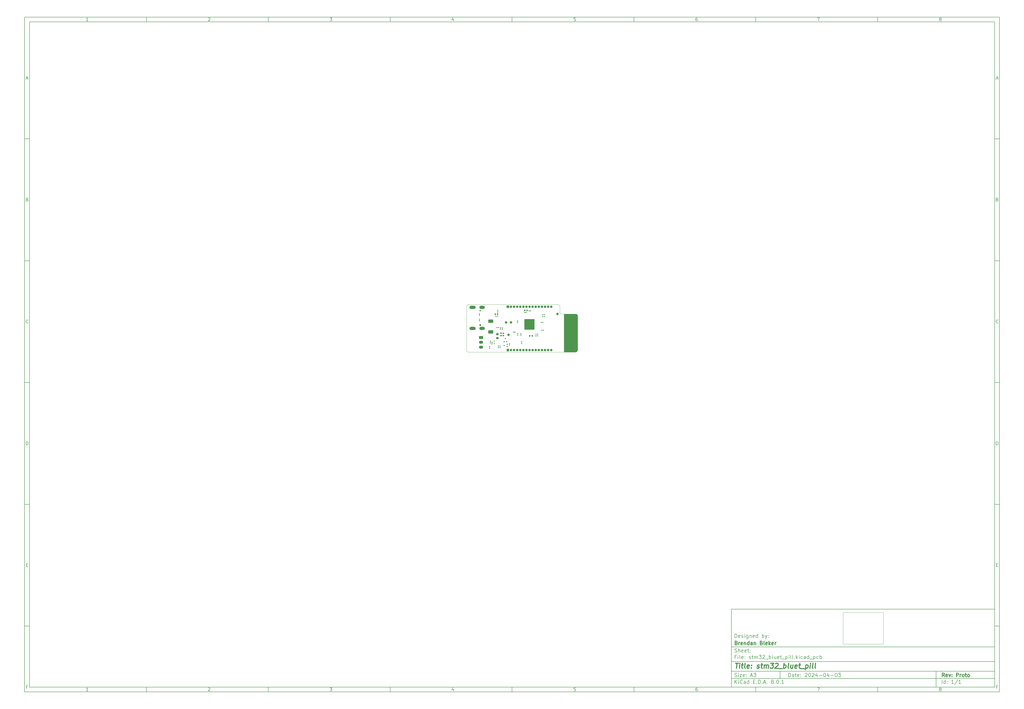
<source format=gbr>
%TF.GenerationSoftware,KiCad,Pcbnew,8.0.1*%
%TF.CreationDate,2024-04-17T19:21:13-07:00*%
%TF.ProjectId,stm32_bluet_pill,73746d33-325f-4626-9c75-65745f70696c,Proto*%
%TF.SameCoordinates,Original*%
%TF.FileFunction,Soldermask,Bot*%
%TF.FilePolarity,Negative*%
%FSLAX46Y46*%
G04 Gerber Fmt 4.6, Leading zero omitted, Abs format (unit mm)*
G04 Created by KiCad (PCBNEW 8.0.1) date 2024-04-17 19:21:13*
%MOMM*%
%LPD*%
G01*
G04 APERTURE LIST*
G04 Aperture macros list*
%AMRoundRect*
0 Rectangle with rounded corners*
0 $1 Rounding radius*
0 $2 $3 $4 $5 $6 $7 $8 $9 X,Y pos of 4 corners*
0 Add a 4 corners polygon primitive as box body*
4,1,4,$2,$3,$4,$5,$6,$7,$8,$9,$2,$3,0*
0 Add four circle primitives for the rounded corners*
1,1,$1+$1,$2,$3*
1,1,$1+$1,$4,$5*
1,1,$1+$1,$6,$7*
1,1,$1+$1,$8,$9*
0 Add four rect primitives between the rounded corners*
20,1,$1+$1,$2,$3,$4,$5,0*
20,1,$1+$1,$4,$5,$6,$7,0*
20,1,$1+$1,$6,$7,$8,$9,0*
20,1,$1+$1,$8,$9,$2,$3,0*%
G04 Aperture macros list end*
%ADD10C,0.100000*%
%ADD11C,0.150000*%
%ADD12C,0.300000*%
%ADD13C,0.400000*%
%ADD14R,1.000000X1.000000*%
%ADD15O,1.000000X1.000000*%
%ADD16RoundRect,0.250000X-0.625000X0.350000X-0.625000X-0.350000X0.625000X-0.350000X0.625000X0.350000X0*%
%ADD17O,1.750000X1.200000*%
%ADD18C,0.600000*%
%ADD19O,0.600000X0.850000*%
%ADD20O,2.300000X1.300000*%
%ADD21O,2.600000X1.300000*%
%ADD22C,0.990600*%
%ADD23C,0.400000*%
%ADD24RoundRect,0.100000X0.130000X0.100000X-0.130000X0.100000X-0.130000X-0.100000X0.130000X-0.100000X0*%
%ADD25RoundRect,0.100000X-0.130000X-0.100000X0.130000X-0.100000X0.130000X0.100000X-0.130000X0.100000X0*%
%ADD26RoundRect,0.140000X0.140000X0.170000X-0.140000X0.170000X-0.140000X-0.170000X0.140000X-0.170000X0*%
%ADD27RoundRect,0.100000X-0.100000X0.130000X-0.100000X-0.130000X0.100000X-0.130000X0.100000X0.130000X0*%
%ADD28RoundRect,0.100000X0.100000X-0.130000X0.100000X0.130000X-0.100000X0.130000X-0.100000X-0.130000X0*%
%ADD29RoundRect,0.147500X-0.172500X0.147500X-0.172500X-0.147500X0.172500X-0.147500X0.172500X0.147500X0*%
%ADD30RoundRect,0.100000X-0.155000X-0.100000X0.155000X-0.100000X0.155000X0.100000X-0.155000X0.100000X0*%
%ADD31RoundRect,0.135000X-0.135000X-0.185000X0.135000X-0.185000X0.135000X0.185000X-0.135000X0.185000X0*%
%ADD32RoundRect,0.200000X-0.275000X0.200000X-0.275000X-0.200000X0.275000X-0.200000X0.275000X0.200000X0*%
%ADD33RoundRect,0.100000X-0.100000X0.155000X-0.100000X-0.155000X0.100000X-0.155000X0.100000X0.155000X0*%
%ADD34C,1.000000*%
%ADD35RoundRect,0.140000X0.170000X-0.140000X0.170000X0.140000X-0.170000X0.140000X-0.170000X-0.140000X0*%
%ADD36RoundRect,0.250000X0.800000X-0.450000X0.800000X0.450000X-0.800000X0.450000X-0.800000X-0.450000X0*%
%TA.AperFunction,Profile*%
%ADD37C,0.100000*%
%TD*%
G04 APERTURE END LIST*
D10*
X345821001Y-254402167D02*
X345821001Y-267313833D01*
X362331000Y-267313833D01*
X362331000Y-254402167D01*
X345821001Y-254402167D01*
D11*
X299989000Y-253002200D02*
X407989000Y-253002200D01*
X407989000Y-285002200D01*
X299989000Y-285002200D01*
X299989000Y-253002200D01*
D10*
D11*
X10000000Y-10000000D02*
X409989000Y-10000000D01*
X409989000Y-287002200D01*
X10000000Y-287002200D01*
X10000000Y-10000000D01*
D10*
D11*
X12000000Y-12000000D02*
X407989000Y-12000000D01*
X407989000Y-285002200D01*
X12000000Y-285002200D01*
X12000000Y-12000000D01*
D10*
D11*
X60000000Y-12000000D02*
X60000000Y-10000000D01*
D10*
D11*
X110000000Y-12000000D02*
X110000000Y-10000000D01*
D10*
D11*
X160000000Y-12000000D02*
X160000000Y-10000000D01*
D10*
D11*
X210000000Y-12000000D02*
X210000000Y-10000000D01*
D10*
D11*
X260000000Y-12000000D02*
X260000000Y-10000000D01*
D10*
D11*
X310000000Y-12000000D02*
X310000000Y-10000000D01*
D10*
D11*
X360000000Y-12000000D02*
X360000000Y-10000000D01*
D10*
D11*
X36089160Y-11593604D02*
X35346303Y-11593604D01*
X35717731Y-11593604D02*
X35717731Y-10293604D01*
X35717731Y-10293604D02*
X35593922Y-10479319D01*
X35593922Y-10479319D02*
X35470112Y-10603128D01*
X35470112Y-10603128D02*
X35346303Y-10665033D01*
D10*
D11*
X85346303Y-10417414D02*
X85408207Y-10355509D01*
X85408207Y-10355509D02*
X85532017Y-10293604D01*
X85532017Y-10293604D02*
X85841541Y-10293604D01*
X85841541Y-10293604D02*
X85965350Y-10355509D01*
X85965350Y-10355509D02*
X86027255Y-10417414D01*
X86027255Y-10417414D02*
X86089160Y-10541223D01*
X86089160Y-10541223D02*
X86089160Y-10665033D01*
X86089160Y-10665033D02*
X86027255Y-10850747D01*
X86027255Y-10850747D02*
X85284398Y-11593604D01*
X85284398Y-11593604D02*
X86089160Y-11593604D01*
D10*
D11*
X135284398Y-10293604D02*
X136089160Y-10293604D01*
X136089160Y-10293604D02*
X135655826Y-10788842D01*
X135655826Y-10788842D02*
X135841541Y-10788842D01*
X135841541Y-10788842D02*
X135965350Y-10850747D01*
X135965350Y-10850747D02*
X136027255Y-10912652D01*
X136027255Y-10912652D02*
X136089160Y-11036461D01*
X136089160Y-11036461D02*
X136089160Y-11345985D01*
X136089160Y-11345985D02*
X136027255Y-11469795D01*
X136027255Y-11469795D02*
X135965350Y-11531700D01*
X135965350Y-11531700D02*
X135841541Y-11593604D01*
X135841541Y-11593604D02*
X135470112Y-11593604D01*
X135470112Y-11593604D02*
X135346303Y-11531700D01*
X135346303Y-11531700D02*
X135284398Y-11469795D01*
D10*
D11*
X185965350Y-10726938D02*
X185965350Y-11593604D01*
X185655826Y-10231700D02*
X185346303Y-11160271D01*
X185346303Y-11160271D02*
X186151064Y-11160271D01*
D10*
D11*
X236027255Y-10293604D02*
X235408207Y-10293604D01*
X235408207Y-10293604D02*
X235346303Y-10912652D01*
X235346303Y-10912652D02*
X235408207Y-10850747D01*
X235408207Y-10850747D02*
X235532017Y-10788842D01*
X235532017Y-10788842D02*
X235841541Y-10788842D01*
X235841541Y-10788842D02*
X235965350Y-10850747D01*
X235965350Y-10850747D02*
X236027255Y-10912652D01*
X236027255Y-10912652D02*
X236089160Y-11036461D01*
X236089160Y-11036461D02*
X236089160Y-11345985D01*
X236089160Y-11345985D02*
X236027255Y-11469795D01*
X236027255Y-11469795D02*
X235965350Y-11531700D01*
X235965350Y-11531700D02*
X235841541Y-11593604D01*
X235841541Y-11593604D02*
X235532017Y-11593604D01*
X235532017Y-11593604D02*
X235408207Y-11531700D01*
X235408207Y-11531700D02*
X235346303Y-11469795D01*
D10*
D11*
X285965350Y-10293604D02*
X285717731Y-10293604D01*
X285717731Y-10293604D02*
X285593922Y-10355509D01*
X285593922Y-10355509D02*
X285532017Y-10417414D01*
X285532017Y-10417414D02*
X285408207Y-10603128D01*
X285408207Y-10603128D02*
X285346303Y-10850747D01*
X285346303Y-10850747D02*
X285346303Y-11345985D01*
X285346303Y-11345985D02*
X285408207Y-11469795D01*
X285408207Y-11469795D02*
X285470112Y-11531700D01*
X285470112Y-11531700D02*
X285593922Y-11593604D01*
X285593922Y-11593604D02*
X285841541Y-11593604D01*
X285841541Y-11593604D02*
X285965350Y-11531700D01*
X285965350Y-11531700D02*
X286027255Y-11469795D01*
X286027255Y-11469795D02*
X286089160Y-11345985D01*
X286089160Y-11345985D02*
X286089160Y-11036461D01*
X286089160Y-11036461D02*
X286027255Y-10912652D01*
X286027255Y-10912652D02*
X285965350Y-10850747D01*
X285965350Y-10850747D02*
X285841541Y-10788842D01*
X285841541Y-10788842D02*
X285593922Y-10788842D01*
X285593922Y-10788842D02*
X285470112Y-10850747D01*
X285470112Y-10850747D02*
X285408207Y-10912652D01*
X285408207Y-10912652D02*
X285346303Y-11036461D01*
D10*
D11*
X335284398Y-10293604D02*
X336151064Y-10293604D01*
X336151064Y-10293604D02*
X335593922Y-11593604D01*
D10*
D11*
X385593922Y-10850747D02*
X385470112Y-10788842D01*
X385470112Y-10788842D02*
X385408207Y-10726938D01*
X385408207Y-10726938D02*
X385346303Y-10603128D01*
X385346303Y-10603128D02*
X385346303Y-10541223D01*
X385346303Y-10541223D02*
X385408207Y-10417414D01*
X385408207Y-10417414D02*
X385470112Y-10355509D01*
X385470112Y-10355509D02*
X385593922Y-10293604D01*
X385593922Y-10293604D02*
X385841541Y-10293604D01*
X385841541Y-10293604D02*
X385965350Y-10355509D01*
X385965350Y-10355509D02*
X386027255Y-10417414D01*
X386027255Y-10417414D02*
X386089160Y-10541223D01*
X386089160Y-10541223D02*
X386089160Y-10603128D01*
X386089160Y-10603128D02*
X386027255Y-10726938D01*
X386027255Y-10726938D02*
X385965350Y-10788842D01*
X385965350Y-10788842D02*
X385841541Y-10850747D01*
X385841541Y-10850747D02*
X385593922Y-10850747D01*
X385593922Y-10850747D02*
X385470112Y-10912652D01*
X385470112Y-10912652D02*
X385408207Y-10974557D01*
X385408207Y-10974557D02*
X385346303Y-11098366D01*
X385346303Y-11098366D02*
X385346303Y-11345985D01*
X385346303Y-11345985D02*
X385408207Y-11469795D01*
X385408207Y-11469795D02*
X385470112Y-11531700D01*
X385470112Y-11531700D02*
X385593922Y-11593604D01*
X385593922Y-11593604D02*
X385841541Y-11593604D01*
X385841541Y-11593604D02*
X385965350Y-11531700D01*
X385965350Y-11531700D02*
X386027255Y-11469795D01*
X386027255Y-11469795D02*
X386089160Y-11345985D01*
X386089160Y-11345985D02*
X386089160Y-11098366D01*
X386089160Y-11098366D02*
X386027255Y-10974557D01*
X386027255Y-10974557D02*
X385965350Y-10912652D01*
X385965350Y-10912652D02*
X385841541Y-10850747D01*
D10*
D11*
X60000000Y-285002200D02*
X60000000Y-287002200D01*
D10*
D11*
X110000000Y-285002200D02*
X110000000Y-287002200D01*
D10*
D11*
X160000000Y-285002200D02*
X160000000Y-287002200D01*
D10*
D11*
X210000000Y-285002200D02*
X210000000Y-287002200D01*
D10*
D11*
X260000000Y-285002200D02*
X260000000Y-287002200D01*
D10*
D11*
X310000000Y-285002200D02*
X310000000Y-287002200D01*
D10*
D11*
X360000000Y-285002200D02*
X360000000Y-287002200D01*
D10*
D11*
X36089160Y-286595804D02*
X35346303Y-286595804D01*
X35717731Y-286595804D02*
X35717731Y-285295804D01*
X35717731Y-285295804D02*
X35593922Y-285481519D01*
X35593922Y-285481519D02*
X35470112Y-285605328D01*
X35470112Y-285605328D02*
X35346303Y-285667233D01*
D10*
D11*
X85346303Y-285419614D02*
X85408207Y-285357709D01*
X85408207Y-285357709D02*
X85532017Y-285295804D01*
X85532017Y-285295804D02*
X85841541Y-285295804D01*
X85841541Y-285295804D02*
X85965350Y-285357709D01*
X85965350Y-285357709D02*
X86027255Y-285419614D01*
X86027255Y-285419614D02*
X86089160Y-285543423D01*
X86089160Y-285543423D02*
X86089160Y-285667233D01*
X86089160Y-285667233D02*
X86027255Y-285852947D01*
X86027255Y-285852947D02*
X85284398Y-286595804D01*
X85284398Y-286595804D02*
X86089160Y-286595804D01*
D10*
D11*
X135284398Y-285295804D02*
X136089160Y-285295804D01*
X136089160Y-285295804D02*
X135655826Y-285791042D01*
X135655826Y-285791042D02*
X135841541Y-285791042D01*
X135841541Y-285791042D02*
X135965350Y-285852947D01*
X135965350Y-285852947D02*
X136027255Y-285914852D01*
X136027255Y-285914852D02*
X136089160Y-286038661D01*
X136089160Y-286038661D02*
X136089160Y-286348185D01*
X136089160Y-286348185D02*
X136027255Y-286471995D01*
X136027255Y-286471995D02*
X135965350Y-286533900D01*
X135965350Y-286533900D02*
X135841541Y-286595804D01*
X135841541Y-286595804D02*
X135470112Y-286595804D01*
X135470112Y-286595804D02*
X135346303Y-286533900D01*
X135346303Y-286533900D02*
X135284398Y-286471995D01*
D10*
D11*
X185965350Y-285729138D02*
X185965350Y-286595804D01*
X185655826Y-285233900D02*
X185346303Y-286162471D01*
X185346303Y-286162471D02*
X186151064Y-286162471D01*
D10*
D11*
X236027255Y-285295804D02*
X235408207Y-285295804D01*
X235408207Y-285295804D02*
X235346303Y-285914852D01*
X235346303Y-285914852D02*
X235408207Y-285852947D01*
X235408207Y-285852947D02*
X235532017Y-285791042D01*
X235532017Y-285791042D02*
X235841541Y-285791042D01*
X235841541Y-285791042D02*
X235965350Y-285852947D01*
X235965350Y-285852947D02*
X236027255Y-285914852D01*
X236027255Y-285914852D02*
X236089160Y-286038661D01*
X236089160Y-286038661D02*
X236089160Y-286348185D01*
X236089160Y-286348185D02*
X236027255Y-286471995D01*
X236027255Y-286471995D02*
X235965350Y-286533900D01*
X235965350Y-286533900D02*
X235841541Y-286595804D01*
X235841541Y-286595804D02*
X235532017Y-286595804D01*
X235532017Y-286595804D02*
X235408207Y-286533900D01*
X235408207Y-286533900D02*
X235346303Y-286471995D01*
D10*
D11*
X285965350Y-285295804D02*
X285717731Y-285295804D01*
X285717731Y-285295804D02*
X285593922Y-285357709D01*
X285593922Y-285357709D02*
X285532017Y-285419614D01*
X285532017Y-285419614D02*
X285408207Y-285605328D01*
X285408207Y-285605328D02*
X285346303Y-285852947D01*
X285346303Y-285852947D02*
X285346303Y-286348185D01*
X285346303Y-286348185D02*
X285408207Y-286471995D01*
X285408207Y-286471995D02*
X285470112Y-286533900D01*
X285470112Y-286533900D02*
X285593922Y-286595804D01*
X285593922Y-286595804D02*
X285841541Y-286595804D01*
X285841541Y-286595804D02*
X285965350Y-286533900D01*
X285965350Y-286533900D02*
X286027255Y-286471995D01*
X286027255Y-286471995D02*
X286089160Y-286348185D01*
X286089160Y-286348185D02*
X286089160Y-286038661D01*
X286089160Y-286038661D02*
X286027255Y-285914852D01*
X286027255Y-285914852D02*
X285965350Y-285852947D01*
X285965350Y-285852947D02*
X285841541Y-285791042D01*
X285841541Y-285791042D02*
X285593922Y-285791042D01*
X285593922Y-285791042D02*
X285470112Y-285852947D01*
X285470112Y-285852947D02*
X285408207Y-285914852D01*
X285408207Y-285914852D02*
X285346303Y-286038661D01*
D10*
D11*
X335284398Y-285295804D02*
X336151064Y-285295804D01*
X336151064Y-285295804D02*
X335593922Y-286595804D01*
D10*
D11*
X385593922Y-285852947D02*
X385470112Y-285791042D01*
X385470112Y-285791042D02*
X385408207Y-285729138D01*
X385408207Y-285729138D02*
X385346303Y-285605328D01*
X385346303Y-285605328D02*
X385346303Y-285543423D01*
X385346303Y-285543423D02*
X385408207Y-285419614D01*
X385408207Y-285419614D02*
X385470112Y-285357709D01*
X385470112Y-285357709D02*
X385593922Y-285295804D01*
X385593922Y-285295804D02*
X385841541Y-285295804D01*
X385841541Y-285295804D02*
X385965350Y-285357709D01*
X385965350Y-285357709D02*
X386027255Y-285419614D01*
X386027255Y-285419614D02*
X386089160Y-285543423D01*
X386089160Y-285543423D02*
X386089160Y-285605328D01*
X386089160Y-285605328D02*
X386027255Y-285729138D01*
X386027255Y-285729138D02*
X385965350Y-285791042D01*
X385965350Y-285791042D02*
X385841541Y-285852947D01*
X385841541Y-285852947D02*
X385593922Y-285852947D01*
X385593922Y-285852947D02*
X385470112Y-285914852D01*
X385470112Y-285914852D02*
X385408207Y-285976757D01*
X385408207Y-285976757D02*
X385346303Y-286100566D01*
X385346303Y-286100566D02*
X385346303Y-286348185D01*
X385346303Y-286348185D02*
X385408207Y-286471995D01*
X385408207Y-286471995D02*
X385470112Y-286533900D01*
X385470112Y-286533900D02*
X385593922Y-286595804D01*
X385593922Y-286595804D02*
X385841541Y-286595804D01*
X385841541Y-286595804D02*
X385965350Y-286533900D01*
X385965350Y-286533900D02*
X386027255Y-286471995D01*
X386027255Y-286471995D02*
X386089160Y-286348185D01*
X386089160Y-286348185D02*
X386089160Y-286100566D01*
X386089160Y-286100566D02*
X386027255Y-285976757D01*
X386027255Y-285976757D02*
X385965350Y-285914852D01*
X385965350Y-285914852D02*
X385841541Y-285852947D01*
D10*
D11*
X10000000Y-60000000D02*
X12000000Y-60000000D01*
D10*
D11*
X10000000Y-110000000D02*
X12000000Y-110000000D01*
D10*
D11*
X10000000Y-160000000D02*
X12000000Y-160000000D01*
D10*
D11*
X10000000Y-210000000D02*
X12000000Y-210000000D01*
D10*
D11*
X10000000Y-260000000D02*
X12000000Y-260000000D01*
D10*
D11*
X10690476Y-35222176D02*
X11309523Y-35222176D01*
X10566666Y-35593604D02*
X10999999Y-34293604D01*
X10999999Y-34293604D02*
X11433333Y-35593604D01*
D10*
D11*
X11092857Y-84912652D02*
X11278571Y-84974557D01*
X11278571Y-84974557D02*
X11340476Y-85036461D01*
X11340476Y-85036461D02*
X11402380Y-85160271D01*
X11402380Y-85160271D02*
X11402380Y-85345985D01*
X11402380Y-85345985D02*
X11340476Y-85469795D01*
X11340476Y-85469795D02*
X11278571Y-85531700D01*
X11278571Y-85531700D02*
X11154761Y-85593604D01*
X11154761Y-85593604D02*
X10659523Y-85593604D01*
X10659523Y-85593604D02*
X10659523Y-84293604D01*
X10659523Y-84293604D02*
X11092857Y-84293604D01*
X11092857Y-84293604D02*
X11216666Y-84355509D01*
X11216666Y-84355509D02*
X11278571Y-84417414D01*
X11278571Y-84417414D02*
X11340476Y-84541223D01*
X11340476Y-84541223D02*
X11340476Y-84665033D01*
X11340476Y-84665033D02*
X11278571Y-84788842D01*
X11278571Y-84788842D02*
X11216666Y-84850747D01*
X11216666Y-84850747D02*
X11092857Y-84912652D01*
X11092857Y-84912652D02*
X10659523Y-84912652D01*
D10*
D11*
X11402380Y-135469795D02*
X11340476Y-135531700D01*
X11340476Y-135531700D02*
X11154761Y-135593604D01*
X11154761Y-135593604D02*
X11030952Y-135593604D01*
X11030952Y-135593604D02*
X10845238Y-135531700D01*
X10845238Y-135531700D02*
X10721428Y-135407890D01*
X10721428Y-135407890D02*
X10659523Y-135284080D01*
X10659523Y-135284080D02*
X10597619Y-135036461D01*
X10597619Y-135036461D02*
X10597619Y-134850747D01*
X10597619Y-134850747D02*
X10659523Y-134603128D01*
X10659523Y-134603128D02*
X10721428Y-134479319D01*
X10721428Y-134479319D02*
X10845238Y-134355509D01*
X10845238Y-134355509D02*
X11030952Y-134293604D01*
X11030952Y-134293604D02*
X11154761Y-134293604D01*
X11154761Y-134293604D02*
X11340476Y-134355509D01*
X11340476Y-134355509D02*
X11402380Y-134417414D01*
D10*
D11*
X10659523Y-185593604D02*
X10659523Y-184293604D01*
X10659523Y-184293604D02*
X10969047Y-184293604D01*
X10969047Y-184293604D02*
X11154761Y-184355509D01*
X11154761Y-184355509D02*
X11278571Y-184479319D01*
X11278571Y-184479319D02*
X11340476Y-184603128D01*
X11340476Y-184603128D02*
X11402380Y-184850747D01*
X11402380Y-184850747D02*
X11402380Y-185036461D01*
X11402380Y-185036461D02*
X11340476Y-185284080D01*
X11340476Y-185284080D02*
X11278571Y-185407890D01*
X11278571Y-185407890D02*
X11154761Y-185531700D01*
X11154761Y-185531700D02*
X10969047Y-185593604D01*
X10969047Y-185593604D02*
X10659523Y-185593604D01*
D10*
D11*
X10721428Y-234912652D02*
X11154762Y-234912652D01*
X11340476Y-235593604D02*
X10721428Y-235593604D01*
X10721428Y-235593604D02*
X10721428Y-234293604D01*
X10721428Y-234293604D02*
X11340476Y-234293604D01*
D10*
D11*
X11185714Y-284912652D02*
X10752380Y-284912652D01*
X10752380Y-285593604D02*
X10752380Y-284293604D01*
X10752380Y-284293604D02*
X11371428Y-284293604D01*
D10*
D11*
X409989000Y-60000000D02*
X407989000Y-60000000D01*
D10*
D11*
X409989000Y-110000000D02*
X407989000Y-110000000D01*
D10*
D11*
X409989000Y-160000000D02*
X407989000Y-160000000D01*
D10*
D11*
X409989000Y-210000000D02*
X407989000Y-210000000D01*
D10*
D11*
X409989000Y-260000000D02*
X407989000Y-260000000D01*
D10*
D11*
X408679476Y-35222176D02*
X409298523Y-35222176D01*
X408555666Y-35593604D02*
X408988999Y-34293604D01*
X408988999Y-34293604D02*
X409422333Y-35593604D01*
D10*
D11*
X409081857Y-84912652D02*
X409267571Y-84974557D01*
X409267571Y-84974557D02*
X409329476Y-85036461D01*
X409329476Y-85036461D02*
X409391380Y-85160271D01*
X409391380Y-85160271D02*
X409391380Y-85345985D01*
X409391380Y-85345985D02*
X409329476Y-85469795D01*
X409329476Y-85469795D02*
X409267571Y-85531700D01*
X409267571Y-85531700D02*
X409143761Y-85593604D01*
X409143761Y-85593604D02*
X408648523Y-85593604D01*
X408648523Y-85593604D02*
X408648523Y-84293604D01*
X408648523Y-84293604D02*
X409081857Y-84293604D01*
X409081857Y-84293604D02*
X409205666Y-84355509D01*
X409205666Y-84355509D02*
X409267571Y-84417414D01*
X409267571Y-84417414D02*
X409329476Y-84541223D01*
X409329476Y-84541223D02*
X409329476Y-84665033D01*
X409329476Y-84665033D02*
X409267571Y-84788842D01*
X409267571Y-84788842D02*
X409205666Y-84850747D01*
X409205666Y-84850747D02*
X409081857Y-84912652D01*
X409081857Y-84912652D02*
X408648523Y-84912652D01*
D10*
D11*
X409391380Y-135469795D02*
X409329476Y-135531700D01*
X409329476Y-135531700D02*
X409143761Y-135593604D01*
X409143761Y-135593604D02*
X409019952Y-135593604D01*
X409019952Y-135593604D02*
X408834238Y-135531700D01*
X408834238Y-135531700D02*
X408710428Y-135407890D01*
X408710428Y-135407890D02*
X408648523Y-135284080D01*
X408648523Y-135284080D02*
X408586619Y-135036461D01*
X408586619Y-135036461D02*
X408586619Y-134850747D01*
X408586619Y-134850747D02*
X408648523Y-134603128D01*
X408648523Y-134603128D02*
X408710428Y-134479319D01*
X408710428Y-134479319D02*
X408834238Y-134355509D01*
X408834238Y-134355509D02*
X409019952Y-134293604D01*
X409019952Y-134293604D02*
X409143761Y-134293604D01*
X409143761Y-134293604D02*
X409329476Y-134355509D01*
X409329476Y-134355509D02*
X409391380Y-134417414D01*
D10*
D11*
X408648523Y-185593604D02*
X408648523Y-184293604D01*
X408648523Y-184293604D02*
X408958047Y-184293604D01*
X408958047Y-184293604D02*
X409143761Y-184355509D01*
X409143761Y-184355509D02*
X409267571Y-184479319D01*
X409267571Y-184479319D02*
X409329476Y-184603128D01*
X409329476Y-184603128D02*
X409391380Y-184850747D01*
X409391380Y-184850747D02*
X409391380Y-185036461D01*
X409391380Y-185036461D02*
X409329476Y-185284080D01*
X409329476Y-185284080D02*
X409267571Y-185407890D01*
X409267571Y-185407890D02*
X409143761Y-185531700D01*
X409143761Y-185531700D02*
X408958047Y-185593604D01*
X408958047Y-185593604D02*
X408648523Y-185593604D01*
D10*
D11*
X408710428Y-234912652D02*
X409143762Y-234912652D01*
X409329476Y-235593604D02*
X408710428Y-235593604D01*
X408710428Y-235593604D02*
X408710428Y-234293604D01*
X408710428Y-234293604D02*
X409329476Y-234293604D01*
D10*
D11*
X409174714Y-284912652D02*
X408741380Y-284912652D01*
X408741380Y-285593604D02*
X408741380Y-284293604D01*
X408741380Y-284293604D02*
X409360428Y-284293604D01*
D10*
D11*
X323444826Y-280788328D02*
X323444826Y-279288328D01*
X323444826Y-279288328D02*
X323801969Y-279288328D01*
X323801969Y-279288328D02*
X324016255Y-279359757D01*
X324016255Y-279359757D02*
X324159112Y-279502614D01*
X324159112Y-279502614D02*
X324230541Y-279645471D01*
X324230541Y-279645471D02*
X324301969Y-279931185D01*
X324301969Y-279931185D02*
X324301969Y-280145471D01*
X324301969Y-280145471D02*
X324230541Y-280431185D01*
X324230541Y-280431185D02*
X324159112Y-280574042D01*
X324159112Y-280574042D02*
X324016255Y-280716900D01*
X324016255Y-280716900D02*
X323801969Y-280788328D01*
X323801969Y-280788328D02*
X323444826Y-280788328D01*
X325587684Y-280788328D02*
X325587684Y-280002614D01*
X325587684Y-280002614D02*
X325516255Y-279859757D01*
X325516255Y-279859757D02*
X325373398Y-279788328D01*
X325373398Y-279788328D02*
X325087684Y-279788328D01*
X325087684Y-279788328D02*
X324944826Y-279859757D01*
X325587684Y-280716900D02*
X325444826Y-280788328D01*
X325444826Y-280788328D02*
X325087684Y-280788328D01*
X325087684Y-280788328D02*
X324944826Y-280716900D01*
X324944826Y-280716900D02*
X324873398Y-280574042D01*
X324873398Y-280574042D02*
X324873398Y-280431185D01*
X324873398Y-280431185D02*
X324944826Y-280288328D01*
X324944826Y-280288328D02*
X325087684Y-280216900D01*
X325087684Y-280216900D02*
X325444826Y-280216900D01*
X325444826Y-280216900D02*
X325587684Y-280145471D01*
X326087684Y-279788328D02*
X326659112Y-279788328D01*
X326301969Y-279288328D02*
X326301969Y-280574042D01*
X326301969Y-280574042D02*
X326373398Y-280716900D01*
X326373398Y-280716900D02*
X326516255Y-280788328D01*
X326516255Y-280788328D02*
X326659112Y-280788328D01*
X327730541Y-280716900D02*
X327587684Y-280788328D01*
X327587684Y-280788328D02*
X327301970Y-280788328D01*
X327301970Y-280788328D02*
X327159112Y-280716900D01*
X327159112Y-280716900D02*
X327087684Y-280574042D01*
X327087684Y-280574042D02*
X327087684Y-280002614D01*
X327087684Y-280002614D02*
X327159112Y-279859757D01*
X327159112Y-279859757D02*
X327301970Y-279788328D01*
X327301970Y-279788328D02*
X327587684Y-279788328D01*
X327587684Y-279788328D02*
X327730541Y-279859757D01*
X327730541Y-279859757D02*
X327801970Y-280002614D01*
X327801970Y-280002614D02*
X327801970Y-280145471D01*
X327801970Y-280145471D02*
X327087684Y-280288328D01*
X328444826Y-280645471D02*
X328516255Y-280716900D01*
X328516255Y-280716900D02*
X328444826Y-280788328D01*
X328444826Y-280788328D02*
X328373398Y-280716900D01*
X328373398Y-280716900D02*
X328444826Y-280645471D01*
X328444826Y-280645471D02*
X328444826Y-280788328D01*
X328444826Y-279859757D02*
X328516255Y-279931185D01*
X328516255Y-279931185D02*
X328444826Y-280002614D01*
X328444826Y-280002614D02*
X328373398Y-279931185D01*
X328373398Y-279931185D02*
X328444826Y-279859757D01*
X328444826Y-279859757D02*
X328444826Y-280002614D01*
X330230541Y-279431185D02*
X330301969Y-279359757D01*
X330301969Y-279359757D02*
X330444827Y-279288328D01*
X330444827Y-279288328D02*
X330801969Y-279288328D01*
X330801969Y-279288328D02*
X330944827Y-279359757D01*
X330944827Y-279359757D02*
X331016255Y-279431185D01*
X331016255Y-279431185D02*
X331087684Y-279574042D01*
X331087684Y-279574042D02*
X331087684Y-279716900D01*
X331087684Y-279716900D02*
X331016255Y-279931185D01*
X331016255Y-279931185D02*
X330159112Y-280788328D01*
X330159112Y-280788328D02*
X331087684Y-280788328D01*
X332016255Y-279288328D02*
X332159112Y-279288328D01*
X332159112Y-279288328D02*
X332301969Y-279359757D01*
X332301969Y-279359757D02*
X332373398Y-279431185D01*
X332373398Y-279431185D02*
X332444826Y-279574042D01*
X332444826Y-279574042D02*
X332516255Y-279859757D01*
X332516255Y-279859757D02*
X332516255Y-280216900D01*
X332516255Y-280216900D02*
X332444826Y-280502614D01*
X332444826Y-280502614D02*
X332373398Y-280645471D01*
X332373398Y-280645471D02*
X332301969Y-280716900D01*
X332301969Y-280716900D02*
X332159112Y-280788328D01*
X332159112Y-280788328D02*
X332016255Y-280788328D01*
X332016255Y-280788328D02*
X331873398Y-280716900D01*
X331873398Y-280716900D02*
X331801969Y-280645471D01*
X331801969Y-280645471D02*
X331730540Y-280502614D01*
X331730540Y-280502614D02*
X331659112Y-280216900D01*
X331659112Y-280216900D02*
X331659112Y-279859757D01*
X331659112Y-279859757D02*
X331730540Y-279574042D01*
X331730540Y-279574042D02*
X331801969Y-279431185D01*
X331801969Y-279431185D02*
X331873398Y-279359757D01*
X331873398Y-279359757D02*
X332016255Y-279288328D01*
X333087683Y-279431185D02*
X333159111Y-279359757D01*
X333159111Y-279359757D02*
X333301969Y-279288328D01*
X333301969Y-279288328D02*
X333659111Y-279288328D01*
X333659111Y-279288328D02*
X333801969Y-279359757D01*
X333801969Y-279359757D02*
X333873397Y-279431185D01*
X333873397Y-279431185D02*
X333944826Y-279574042D01*
X333944826Y-279574042D02*
X333944826Y-279716900D01*
X333944826Y-279716900D02*
X333873397Y-279931185D01*
X333873397Y-279931185D02*
X333016254Y-280788328D01*
X333016254Y-280788328D02*
X333944826Y-280788328D01*
X335230540Y-279788328D02*
X335230540Y-280788328D01*
X334873397Y-279216900D02*
X334516254Y-280288328D01*
X334516254Y-280288328D02*
X335444825Y-280288328D01*
X336016253Y-280216900D02*
X337159111Y-280216900D01*
X338159111Y-279288328D02*
X338301968Y-279288328D01*
X338301968Y-279288328D02*
X338444825Y-279359757D01*
X338444825Y-279359757D02*
X338516254Y-279431185D01*
X338516254Y-279431185D02*
X338587682Y-279574042D01*
X338587682Y-279574042D02*
X338659111Y-279859757D01*
X338659111Y-279859757D02*
X338659111Y-280216900D01*
X338659111Y-280216900D02*
X338587682Y-280502614D01*
X338587682Y-280502614D02*
X338516254Y-280645471D01*
X338516254Y-280645471D02*
X338444825Y-280716900D01*
X338444825Y-280716900D02*
X338301968Y-280788328D01*
X338301968Y-280788328D02*
X338159111Y-280788328D01*
X338159111Y-280788328D02*
X338016254Y-280716900D01*
X338016254Y-280716900D02*
X337944825Y-280645471D01*
X337944825Y-280645471D02*
X337873396Y-280502614D01*
X337873396Y-280502614D02*
X337801968Y-280216900D01*
X337801968Y-280216900D02*
X337801968Y-279859757D01*
X337801968Y-279859757D02*
X337873396Y-279574042D01*
X337873396Y-279574042D02*
X337944825Y-279431185D01*
X337944825Y-279431185D02*
X338016254Y-279359757D01*
X338016254Y-279359757D02*
X338159111Y-279288328D01*
X339944825Y-279788328D02*
X339944825Y-280788328D01*
X339587682Y-279216900D02*
X339230539Y-280288328D01*
X339230539Y-280288328D02*
X340159110Y-280288328D01*
X340730538Y-280216900D02*
X341873396Y-280216900D01*
X342873396Y-279288328D02*
X343016253Y-279288328D01*
X343016253Y-279288328D02*
X343159110Y-279359757D01*
X343159110Y-279359757D02*
X343230539Y-279431185D01*
X343230539Y-279431185D02*
X343301967Y-279574042D01*
X343301967Y-279574042D02*
X343373396Y-279859757D01*
X343373396Y-279859757D02*
X343373396Y-280216900D01*
X343373396Y-280216900D02*
X343301967Y-280502614D01*
X343301967Y-280502614D02*
X343230539Y-280645471D01*
X343230539Y-280645471D02*
X343159110Y-280716900D01*
X343159110Y-280716900D02*
X343016253Y-280788328D01*
X343016253Y-280788328D02*
X342873396Y-280788328D01*
X342873396Y-280788328D02*
X342730539Y-280716900D01*
X342730539Y-280716900D02*
X342659110Y-280645471D01*
X342659110Y-280645471D02*
X342587681Y-280502614D01*
X342587681Y-280502614D02*
X342516253Y-280216900D01*
X342516253Y-280216900D02*
X342516253Y-279859757D01*
X342516253Y-279859757D02*
X342587681Y-279574042D01*
X342587681Y-279574042D02*
X342659110Y-279431185D01*
X342659110Y-279431185D02*
X342730539Y-279359757D01*
X342730539Y-279359757D02*
X342873396Y-279288328D01*
X343873395Y-279288328D02*
X344801967Y-279288328D01*
X344801967Y-279288328D02*
X344301967Y-279859757D01*
X344301967Y-279859757D02*
X344516252Y-279859757D01*
X344516252Y-279859757D02*
X344659110Y-279931185D01*
X344659110Y-279931185D02*
X344730538Y-280002614D01*
X344730538Y-280002614D02*
X344801967Y-280145471D01*
X344801967Y-280145471D02*
X344801967Y-280502614D01*
X344801967Y-280502614D02*
X344730538Y-280645471D01*
X344730538Y-280645471D02*
X344659110Y-280716900D01*
X344659110Y-280716900D02*
X344516252Y-280788328D01*
X344516252Y-280788328D02*
X344087681Y-280788328D01*
X344087681Y-280788328D02*
X343944824Y-280716900D01*
X343944824Y-280716900D02*
X343873395Y-280645471D01*
D10*
D11*
X299989000Y-281502200D02*
X407989000Y-281502200D01*
D10*
D11*
X301444826Y-283588328D02*
X301444826Y-282088328D01*
X302301969Y-283588328D02*
X301659112Y-282731185D01*
X302301969Y-282088328D02*
X301444826Y-282945471D01*
X302944826Y-283588328D02*
X302944826Y-282588328D01*
X302944826Y-282088328D02*
X302873398Y-282159757D01*
X302873398Y-282159757D02*
X302944826Y-282231185D01*
X302944826Y-282231185D02*
X303016255Y-282159757D01*
X303016255Y-282159757D02*
X302944826Y-282088328D01*
X302944826Y-282088328D02*
X302944826Y-282231185D01*
X304516255Y-283445471D02*
X304444827Y-283516900D01*
X304444827Y-283516900D02*
X304230541Y-283588328D01*
X304230541Y-283588328D02*
X304087684Y-283588328D01*
X304087684Y-283588328D02*
X303873398Y-283516900D01*
X303873398Y-283516900D02*
X303730541Y-283374042D01*
X303730541Y-283374042D02*
X303659112Y-283231185D01*
X303659112Y-283231185D02*
X303587684Y-282945471D01*
X303587684Y-282945471D02*
X303587684Y-282731185D01*
X303587684Y-282731185D02*
X303659112Y-282445471D01*
X303659112Y-282445471D02*
X303730541Y-282302614D01*
X303730541Y-282302614D02*
X303873398Y-282159757D01*
X303873398Y-282159757D02*
X304087684Y-282088328D01*
X304087684Y-282088328D02*
X304230541Y-282088328D01*
X304230541Y-282088328D02*
X304444827Y-282159757D01*
X304444827Y-282159757D02*
X304516255Y-282231185D01*
X305801970Y-283588328D02*
X305801970Y-282802614D01*
X305801970Y-282802614D02*
X305730541Y-282659757D01*
X305730541Y-282659757D02*
X305587684Y-282588328D01*
X305587684Y-282588328D02*
X305301970Y-282588328D01*
X305301970Y-282588328D02*
X305159112Y-282659757D01*
X305801970Y-283516900D02*
X305659112Y-283588328D01*
X305659112Y-283588328D02*
X305301970Y-283588328D01*
X305301970Y-283588328D02*
X305159112Y-283516900D01*
X305159112Y-283516900D02*
X305087684Y-283374042D01*
X305087684Y-283374042D02*
X305087684Y-283231185D01*
X305087684Y-283231185D02*
X305159112Y-283088328D01*
X305159112Y-283088328D02*
X305301970Y-283016900D01*
X305301970Y-283016900D02*
X305659112Y-283016900D01*
X305659112Y-283016900D02*
X305801970Y-282945471D01*
X307159113Y-283588328D02*
X307159113Y-282088328D01*
X307159113Y-283516900D02*
X307016255Y-283588328D01*
X307016255Y-283588328D02*
X306730541Y-283588328D01*
X306730541Y-283588328D02*
X306587684Y-283516900D01*
X306587684Y-283516900D02*
X306516255Y-283445471D01*
X306516255Y-283445471D02*
X306444827Y-283302614D01*
X306444827Y-283302614D02*
X306444827Y-282874042D01*
X306444827Y-282874042D02*
X306516255Y-282731185D01*
X306516255Y-282731185D02*
X306587684Y-282659757D01*
X306587684Y-282659757D02*
X306730541Y-282588328D01*
X306730541Y-282588328D02*
X307016255Y-282588328D01*
X307016255Y-282588328D02*
X307159113Y-282659757D01*
X309016255Y-282802614D02*
X309516255Y-282802614D01*
X309730541Y-283588328D02*
X309016255Y-283588328D01*
X309016255Y-283588328D02*
X309016255Y-282088328D01*
X309016255Y-282088328D02*
X309730541Y-282088328D01*
X310373398Y-283445471D02*
X310444827Y-283516900D01*
X310444827Y-283516900D02*
X310373398Y-283588328D01*
X310373398Y-283588328D02*
X310301970Y-283516900D01*
X310301970Y-283516900D02*
X310373398Y-283445471D01*
X310373398Y-283445471D02*
X310373398Y-283588328D01*
X311087684Y-283588328D02*
X311087684Y-282088328D01*
X311087684Y-282088328D02*
X311444827Y-282088328D01*
X311444827Y-282088328D02*
X311659113Y-282159757D01*
X311659113Y-282159757D02*
X311801970Y-282302614D01*
X311801970Y-282302614D02*
X311873399Y-282445471D01*
X311873399Y-282445471D02*
X311944827Y-282731185D01*
X311944827Y-282731185D02*
X311944827Y-282945471D01*
X311944827Y-282945471D02*
X311873399Y-283231185D01*
X311873399Y-283231185D02*
X311801970Y-283374042D01*
X311801970Y-283374042D02*
X311659113Y-283516900D01*
X311659113Y-283516900D02*
X311444827Y-283588328D01*
X311444827Y-283588328D02*
X311087684Y-283588328D01*
X312587684Y-283445471D02*
X312659113Y-283516900D01*
X312659113Y-283516900D02*
X312587684Y-283588328D01*
X312587684Y-283588328D02*
X312516256Y-283516900D01*
X312516256Y-283516900D02*
X312587684Y-283445471D01*
X312587684Y-283445471D02*
X312587684Y-283588328D01*
X313230542Y-283159757D02*
X313944828Y-283159757D01*
X313087685Y-283588328D02*
X313587685Y-282088328D01*
X313587685Y-282088328D02*
X314087685Y-283588328D01*
X314587684Y-283445471D02*
X314659113Y-283516900D01*
X314659113Y-283516900D02*
X314587684Y-283588328D01*
X314587684Y-283588328D02*
X314516256Y-283516900D01*
X314516256Y-283516900D02*
X314587684Y-283445471D01*
X314587684Y-283445471D02*
X314587684Y-283588328D01*
X316659113Y-282731185D02*
X316516256Y-282659757D01*
X316516256Y-282659757D02*
X316444827Y-282588328D01*
X316444827Y-282588328D02*
X316373399Y-282445471D01*
X316373399Y-282445471D02*
X316373399Y-282374042D01*
X316373399Y-282374042D02*
X316444827Y-282231185D01*
X316444827Y-282231185D02*
X316516256Y-282159757D01*
X316516256Y-282159757D02*
X316659113Y-282088328D01*
X316659113Y-282088328D02*
X316944827Y-282088328D01*
X316944827Y-282088328D02*
X317087685Y-282159757D01*
X317087685Y-282159757D02*
X317159113Y-282231185D01*
X317159113Y-282231185D02*
X317230542Y-282374042D01*
X317230542Y-282374042D02*
X317230542Y-282445471D01*
X317230542Y-282445471D02*
X317159113Y-282588328D01*
X317159113Y-282588328D02*
X317087685Y-282659757D01*
X317087685Y-282659757D02*
X316944827Y-282731185D01*
X316944827Y-282731185D02*
X316659113Y-282731185D01*
X316659113Y-282731185D02*
X316516256Y-282802614D01*
X316516256Y-282802614D02*
X316444827Y-282874042D01*
X316444827Y-282874042D02*
X316373399Y-283016900D01*
X316373399Y-283016900D02*
X316373399Y-283302614D01*
X316373399Y-283302614D02*
X316444827Y-283445471D01*
X316444827Y-283445471D02*
X316516256Y-283516900D01*
X316516256Y-283516900D02*
X316659113Y-283588328D01*
X316659113Y-283588328D02*
X316944827Y-283588328D01*
X316944827Y-283588328D02*
X317087685Y-283516900D01*
X317087685Y-283516900D02*
X317159113Y-283445471D01*
X317159113Y-283445471D02*
X317230542Y-283302614D01*
X317230542Y-283302614D02*
X317230542Y-283016900D01*
X317230542Y-283016900D02*
X317159113Y-282874042D01*
X317159113Y-282874042D02*
X317087685Y-282802614D01*
X317087685Y-282802614D02*
X316944827Y-282731185D01*
X317873398Y-283445471D02*
X317944827Y-283516900D01*
X317944827Y-283516900D02*
X317873398Y-283588328D01*
X317873398Y-283588328D02*
X317801970Y-283516900D01*
X317801970Y-283516900D02*
X317873398Y-283445471D01*
X317873398Y-283445471D02*
X317873398Y-283588328D01*
X318873399Y-282088328D02*
X319016256Y-282088328D01*
X319016256Y-282088328D02*
X319159113Y-282159757D01*
X319159113Y-282159757D02*
X319230542Y-282231185D01*
X319230542Y-282231185D02*
X319301970Y-282374042D01*
X319301970Y-282374042D02*
X319373399Y-282659757D01*
X319373399Y-282659757D02*
X319373399Y-283016900D01*
X319373399Y-283016900D02*
X319301970Y-283302614D01*
X319301970Y-283302614D02*
X319230542Y-283445471D01*
X319230542Y-283445471D02*
X319159113Y-283516900D01*
X319159113Y-283516900D02*
X319016256Y-283588328D01*
X319016256Y-283588328D02*
X318873399Y-283588328D01*
X318873399Y-283588328D02*
X318730542Y-283516900D01*
X318730542Y-283516900D02*
X318659113Y-283445471D01*
X318659113Y-283445471D02*
X318587684Y-283302614D01*
X318587684Y-283302614D02*
X318516256Y-283016900D01*
X318516256Y-283016900D02*
X318516256Y-282659757D01*
X318516256Y-282659757D02*
X318587684Y-282374042D01*
X318587684Y-282374042D02*
X318659113Y-282231185D01*
X318659113Y-282231185D02*
X318730542Y-282159757D01*
X318730542Y-282159757D02*
X318873399Y-282088328D01*
X320016255Y-283445471D02*
X320087684Y-283516900D01*
X320087684Y-283516900D02*
X320016255Y-283588328D01*
X320016255Y-283588328D02*
X319944827Y-283516900D01*
X319944827Y-283516900D02*
X320016255Y-283445471D01*
X320016255Y-283445471D02*
X320016255Y-283588328D01*
X321516256Y-283588328D02*
X320659113Y-283588328D01*
X321087684Y-283588328D02*
X321087684Y-282088328D01*
X321087684Y-282088328D02*
X320944827Y-282302614D01*
X320944827Y-282302614D02*
X320801970Y-282445471D01*
X320801970Y-282445471D02*
X320659113Y-282516900D01*
D10*
D11*
X299989000Y-278502200D02*
X407989000Y-278502200D01*
D10*
D12*
X387400653Y-280780528D02*
X386900653Y-280066242D01*
X386543510Y-280780528D02*
X386543510Y-279280528D01*
X386543510Y-279280528D02*
X387114939Y-279280528D01*
X387114939Y-279280528D02*
X387257796Y-279351957D01*
X387257796Y-279351957D02*
X387329225Y-279423385D01*
X387329225Y-279423385D02*
X387400653Y-279566242D01*
X387400653Y-279566242D02*
X387400653Y-279780528D01*
X387400653Y-279780528D02*
X387329225Y-279923385D01*
X387329225Y-279923385D02*
X387257796Y-279994814D01*
X387257796Y-279994814D02*
X387114939Y-280066242D01*
X387114939Y-280066242D02*
X386543510Y-280066242D01*
X388614939Y-280709100D02*
X388472082Y-280780528D01*
X388472082Y-280780528D02*
X388186368Y-280780528D01*
X388186368Y-280780528D02*
X388043510Y-280709100D01*
X388043510Y-280709100D02*
X387972082Y-280566242D01*
X387972082Y-280566242D02*
X387972082Y-279994814D01*
X387972082Y-279994814D02*
X388043510Y-279851957D01*
X388043510Y-279851957D02*
X388186368Y-279780528D01*
X388186368Y-279780528D02*
X388472082Y-279780528D01*
X388472082Y-279780528D02*
X388614939Y-279851957D01*
X388614939Y-279851957D02*
X388686368Y-279994814D01*
X388686368Y-279994814D02*
X388686368Y-280137671D01*
X388686368Y-280137671D02*
X387972082Y-280280528D01*
X389186367Y-279780528D02*
X389543510Y-280780528D01*
X389543510Y-280780528D02*
X389900653Y-279780528D01*
X390472081Y-280637671D02*
X390543510Y-280709100D01*
X390543510Y-280709100D02*
X390472081Y-280780528D01*
X390472081Y-280780528D02*
X390400653Y-280709100D01*
X390400653Y-280709100D02*
X390472081Y-280637671D01*
X390472081Y-280637671D02*
X390472081Y-280780528D01*
X390472081Y-279851957D02*
X390543510Y-279923385D01*
X390543510Y-279923385D02*
X390472081Y-279994814D01*
X390472081Y-279994814D02*
X390400653Y-279923385D01*
X390400653Y-279923385D02*
X390472081Y-279851957D01*
X390472081Y-279851957D02*
X390472081Y-279994814D01*
X392329224Y-280780528D02*
X392329224Y-279280528D01*
X392329224Y-279280528D02*
X392900653Y-279280528D01*
X392900653Y-279280528D02*
X393043510Y-279351957D01*
X393043510Y-279351957D02*
X393114939Y-279423385D01*
X393114939Y-279423385D02*
X393186367Y-279566242D01*
X393186367Y-279566242D02*
X393186367Y-279780528D01*
X393186367Y-279780528D02*
X393114939Y-279923385D01*
X393114939Y-279923385D02*
X393043510Y-279994814D01*
X393043510Y-279994814D02*
X392900653Y-280066242D01*
X392900653Y-280066242D02*
X392329224Y-280066242D01*
X393829224Y-280780528D02*
X393829224Y-279780528D01*
X393829224Y-280066242D02*
X393900653Y-279923385D01*
X393900653Y-279923385D02*
X393972082Y-279851957D01*
X393972082Y-279851957D02*
X394114939Y-279780528D01*
X394114939Y-279780528D02*
X394257796Y-279780528D01*
X394972081Y-280780528D02*
X394829224Y-280709100D01*
X394829224Y-280709100D02*
X394757795Y-280637671D01*
X394757795Y-280637671D02*
X394686367Y-280494814D01*
X394686367Y-280494814D02*
X394686367Y-280066242D01*
X394686367Y-280066242D02*
X394757795Y-279923385D01*
X394757795Y-279923385D02*
X394829224Y-279851957D01*
X394829224Y-279851957D02*
X394972081Y-279780528D01*
X394972081Y-279780528D02*
X395186367Y-279780528D01*
X395186367Y-279780528D02*
X395329224Y-279851957D01*
X395329224Y-279851957D02*
X395400653Y-279923385D01*
X395400653Y-279923385D02*
X395472081Y-280066242D01*
X395472081Y-280066242D02*
X395472081Y-280494814D01*
X395472081Y-280494814D02*
X395400653Y-280637671D01*
X395400653Y-280637671D02*
X395329224Y-280709100D01*
X395329224Y-280709100D02*
X395186367Y-280780528D01*
X395186367Y-280780528D02*
X394972081Y-280780528D01*
X395900653Y-279780528D02*
X396472081Y-279780528D01*
X396114938Y-279280528D02*
X396114938Y-280566242D01*
X396114938Y-280566242D02*
X396186367Y-280709100D01*
X396186367Y-280709100D02*
X396329224Y-280780528D01*
X396329224Y-280780528D02*
X396472081Y-280780528D01*
X397186367Y-280780528D02*
X397043510Y-280709100D01*
X397043510Y-280709100D02*
X396972081Y-280637671D01*
X396972081Y-280637671D02*
X396900653Y-280494814D01*
X396900653Y-280494814D02*
X396900653Y-280066242D01*
X396900653Y-280066242D02*
X396972081Y-279923385D01*
X396972081Y-279923385D02*
X397043510Y-279851957D01*
X397043510Y-279851957D02*
X397186367Y-279780528D01*
X397186367Y-279780528D02*
X397400653Y-279780528D01*
X397400653Y-279780528D02*
X397543510Y-279851957D01*
X397543510Y-279851957D02*
X397614939Y-279923385D01*
X397614939Y-279923385D02*
X397686367Y-280066242D01*
X397686367Y-280066242D02*
X397686367Y-280494814D01*
X397686367Y-280494814D02*
X397614939Y-280637671D01*
X397614939Y-280637671D02*
X397543510Y-280709100D01*
X397543510Y-280709100D02*
X397400653Y-280780528D01*
X397400653Y-280780528D02*
X397186367Y-280780528D01*
D10*
D11*
X301373398Y-280716900D02*
X301587684Y-280788328D01*
X301587684Y-280788328D02*
X301944826Y-280788328D01*
X301944826Y-280788328D02*
X302087684Y-280716900D01*
X302087684Y-280716900D02*
X302159112Y-280645471D01*
X302159112Y-280645471D02*
X302230541Y-280502614D01*
X302230541Y-280502614D02*
X302230541Y-280359757D01*
X302230541Y-280359757D02*
X302159112Y-280216900D01*
X302159112Y-280216900D02*
X302087684Y-280145471D01*
X302087684Y-280145471D02*
X301944826Y-280074042D01*
X301944826Y-280074042D02*
X301659112Y-280002614D01*
X301659112Y-280002614D02*
X301516255Y-279931185D01*
X301516255Y-279931185D02*
X301444826Y-279859757D01*
X301444826Y-279859757D02*
X301373398Y-279716900D01*
X301373398Y-279716900D02*
X301373398Y-279574042D01*
X301373398Y-279574042D02*
X301444826Y-279431185D01*
X301444826Y-279431185D02*
X301516255Y-279359757D01*
X301516255Y-279359757D02*
X301659112Y-279288328D01*
X301659112Y-279288328D02*
X302016255Y-279288328D01*
X302016255Y-279288328D02*
X302230541Y-279359757D01*
X302873397Y-280788328D02*
X302873397Y-279788328D01*
X302873397Y-279288328D02*
X302801969Y-279359757D01*
X302801969Y-279359757D02*
X302873397Y-279431185D01*
X302873397Y-279431185D02*
X302944826Y-279359757D01*
X302944826Y-279359757D02*
X302873397Y-279288328D01*
X302873397Y-279288328D02*
X302873397Y-279431185D01*
X303444826Y-279788328D02*
X304230541Y-279788328D01*
X304230541Y-279788328D02*
X303444826Y-280788328D01*
X303444826Y-280788328D02*
X304230541Y-280788328D01*
X305373398Y-280716900D02*
X305230541Y-280788328D01*
X305230541Y-280788328D02*
X304944827Y-280788328D01*
X304944827Y-280788328D02*
X304801969Y-280716900D01*
X304801969Y-280716900D02*
X304730541Y-280574042D01*
X304730541Y-280574042D02*
X304730541Y-280002614D01*
X304730541Y-280002614D02*
X304801969Y-279859757D01*
X304801969Y-279859757D02*
X304944827Y-279788328D01*
X304944827Y-279788328D02*
X305230541Y-279788328D01*
X305230541Y-279788328D02*
X305373398Y-279859757D01*
X305373398Y-279859757D02*
X305444827Y-280002614D01*
X305444827Y-280002614D02*
X305444827Y-280145471D01*
X305444827Y-280145471D02*
X304730541Y-280288328D01*
X306087683Y-280645471D02*
X306159112Y-280716900D01*
X306159112Y-280716900D02*
X306087683Y-280788328D01*
X306087683Y-280788328D02*
X306016255Y-280716900D01*
X306016255Y-280716900D02*
X306087683Y-280645471D01*
X306087683Y-280645471D02*
X306087683Y-280788328D01*
X306087683Y-279859757D02*
X306159112Y-279931185D01*
X306159112Y-279931185D02*
X306087683Y-280002614D01*
X306087683Y-280002614D02*
X306016255Y-279931185D01*
X306016255Y-279931185D02*
X306087683Y-279859757D01*
X306087683Y-279859757D02*
X306087683Y-280002614D01*
X307873398Y-280359757D02*
X308587684Y-280359757D01*
X307730541Y-280788328D02*
X308230541Y-279288328D01*
X308230541Y-279288328D02*
X308730541Y-280788328D01*
X309087683Y-279288328D02*
X310016255Y-279288328D01*
X310016255Y-279288328D02*
X309516255Y-279859757D01*
X309516255Y-279859757D02*
X309730540Y-279859757D01*
X309730540Y-279859757D02*
X309873398Y-279931185D01*
X309873398Y-279931185D02*
X309944826Y-280002614D01*
X309944826Y-280002614D02*
X310016255Y-280145471D01*
X310016255Y-280145471D02*
X310016255Y-280502614D01*
X310016255Y-280502614D02*
X309944826Y-280645471D01*
X309944826Y-280645471D02*
X309873398Y-280716900D01*
X309873398Y-280716900D02*
X309730540Y-280788328D01*
X309730540Y-280788328D02*
X309301969Y-280788328D01*
X309301969Y-280788328D02*
X309159112Y-280716900D01*
X309159112Y-280716900D02*
X309087683Y-280645471D01*
D10*
D11*
X386444826Y-283588328D02*
X386444826Y-282088328D01*
X387801970Y-283588328D02*
X387801970Y-282088328D01*
X387801970Y-283516900D02*
X387659112Y-283588328D01*
X387659112Y-283588328D02*
X387373398Y-283588328D01*
X387373398Y-283588328D02*
X387230541Y-283516900D01*
X387230541Y-283516900D02*
X387159112Y-283445471D01*
X387159112Y-283445471D02*
X387087684Y-283302614D01*
X387087684Y-283302614D02*
X387087684Y-282874042D01*
X387087684Y-282874042D02*
X387159112Y-282731185D01*
X387159112Y-282731185D02*
X387230541Y-282659757D01*
X387230541Y-282659757D02*
X387373398Y-282588328D01*
X387373398Y-282588328D02*
X387659112Y-282588328D01*
X387659112Y-282588328D02*
X387801970Y-282659757D01*
X388516255Y-283445471D02*
X388587684Y-283516900D01*
X388587684Y-283516900D02*
X388516255Y-283588328D01*
X388516255Y-283588328D02*
X388444827Y-283516900D01*
X388444827Y-283516900D02*
X388516255Y-283445471D01*
X388516255Y-283445471D02*
X388516255Y-283588328D01*
X388516255Y-282659757D02*
X388587684Y-282731185D01*
X388587684Y-282731185D02*
X388516255Y-282802614D01*
X388516255Y-282802614D02*
X388444827Y-282731185D01*
X388444827Y-282731185D02*
X388516255Y-282659757D01*
X388516255Y-282659757D02*
X388516255Y-282802614D01*
X391159113Y-283588328D02*
X390301970Y-283588328D01*
X390730541Y-283588328D02*
X390730541Y-282088328D01*
X390730541Y-282088328D02*
X390587684Y-282302614D01*
X390587684Y-282302614D02*
X390444827Y-282445471D01*
X390444827Y-282445471D02*
X390301970Y-282516900D01*
X392873398Y-282016900D02*
X391587684Y-283945471D01*
X394159113Y-283588328D02*
X393301970Y-283588328D01*
X393730541Y-283588328D02*
X393730541Y-282088328D01*
X393730541Y-282088328D02*
X393587684Y-282302614D01*
X393587684Y-282302614D02*
X393444827Y-282445471D01*
X393444827Y-282445471D02*
X393301970Y-282516900D01*
D10*
D11*
X299989000Y-274502200D02*
X407989000Y-274502200D01*
D10*
D13*
X301680728Y-275206638D02*
X302823585Y-275206638D01*
X302002157Y-277206638D02*
X302252157Y-275206638D01*
X303240252Y-277206638D02*
X303406919Y-275873304D01*
X303490252Y-275206638D02*
X303383109Y-275301876D01*
X303383109Y-275301876D02*
X303466443Y-275397114D01*
X303466443Y-275397114D02*
X303573586Y-275301876D01*
X303573586Y-275301876D02*
X303490252Y-275206638D01*
X303490252Y-275206638D02*
X303466443Y-275397114D01*
X304073586Y-275873304D02*
X304835490Y-275873304D01*
X304442633Y-275206638D02*
X304228348Y-276920923D01*
X304228348Y-276920923D02*
X304299776Y-277111400D01*
X304299776Y-277111400D02*
X304478348Y-277206638D01*
X304478348Y-277206638D02*
X304668824Y-277206638D01*
X305621205Y-277206638D02*
X305442633Y-277111400D01*
X305442633Y-277111400D02*
X305371205Y-276920923D01*
X305371205Y-276920923D02*
X305585490Y-275206638D01*
X307156919Y-277111400D02*
X306954538Y-277206638D01*
X306954538Y-277206638D02*
X306573585Y-277206638D01*
X306573585Y-277206638D02*
X306395014Y-277111400D01*
X306395014Y-277111400D02*
X306323585Y-276920923D01*
X306323585Y-276920923D02*
X306418824Y-276159019D01*
X306418824Y-276159019D02*
X306537871Y-275968542D01*
X306537871Y-275968542D02*
X306740252Y-275873304D01*
X306740252Y-275873304D02*
X307121204Y-275873304D01*
X307121204Y-275873304D02*
X307299776Y-275968542D01*
X307299776Y-275968542D02*
X307371204Y-276159019D01*
X307371204Y-276159019D02*
X307347395Y-276349495D01*
X307347395Y-276349495D02*
X306371204Y-276539971D01*
X308121205Y-277016161D02*
X308204538Y-277111400D01*
X308204538Y-277111400D02*
X308097395Y-277206638D01*
X308097395Y-277206638D02*
X308014062Y-277111400D01*
X308014062Y-277111400D02*
X308121205Y-277016161D01*
X308121205Y-277016161D02*
X308097395Y-277206638D01*
X308252157Y-275968542D02*
X308335490Y-276063780D01*
X308335490Y-276063780D02*
X308228348Y-276159019D01*
X308228348Y-276159019D02*
X308145014Y-276063780D01*
X308145014Y-276063780D02*
X308252157Y-275968542D01*
X308252157Y-275968542D02*
X308228348Y-276159019D01*
X310490253Y-277111400D02*
X310668824Y-277206638D01*
X310668824Y-277206638D02*
X311049777Y-277206638D01*
X311049777Y-277206638D02*
X311252158Y-277111400D01*
X311252158Y-277111400D02*
X311371205Y-276920923D01*
X311371205Y-276920923D02*
X311383110Y-276825685D01*
X311383110Y-276825685D02*
X311311681Y-276635209D01*
X311311681Y-276635209D02*
X311133110Y-276539971D01*
X311133110Y-276539971D02*
X310847396Y-276539971D01*
X310847396Y-276539971D02*
X310668824Y-276444733D01*
X310668824Y-276444733D02*
X310597396Y-276254257D01*
X310597396Y-276254257D02*
X310609301Y-276159019D01*
X310609301Y-276159019D02*
X310728348Y-275968542D01*
X310728348Y-275968542D02*
X310930729Y-275873304D01*
X310930729Y-275873304D02*
X311216443Y-275873304D01*
X311216443Y-275873304D02*
X311395015Y-275968542D01*
X312073587Y-275873304D02*
X312835491Y-275873304D01*
X312442634Y-275206638D02*
X312228349Y-276920923D01*
X312228349Y-276920923D02*
X312299777Y-277111400D01*
X312299777Y-277111400D02*
X312478349Y-277206638D01*
X312478349Y-277206638D02*
X312668825Y-277206638D01*
X313335491Y-277206638D02*
X313502158Y-275873304D01*
X313478348Y-276063780D02*
X313585491Y-275968542D01*
X313585491Y-275968542D02*
X313787872Y-275873304D01*
X313787872Y-275873304D02*
X314073586Y-275873304D01*
X314073586Y-275873304D02*
X314252158Y-275968542D01*
X314252158Y-275968542D02*
X314323586Y-276159019D01*
X314323586Y-276159019D02*
X314192634Y-277206638D01*
X314323586Y-276159019D02*
X314442634Y-275968542D01*
X314442634Y-275968542D02*
X314645015Y-275873304D01*
X314645015Y-275873304D02*
X314930729Y-275873304D01*
X314930729Y-275873304D02*
X315109301Y-275968542D01*
X315109301Y-275968542D02*
X315180729Y-276159019D01*
X315180729Y-276159019D02*
X315049777Y-277206638D01*
X316061682Y-275206638D02*
X317299777Y-275206638D01*
X317299777Y-275206638D02*
X316537873Y-275968542D01*
X316537873Y-275968542D02*
X316823587Y-275968542D01*
X316823587Y-275968542D02*
X317002158Y-276063780D01*
X317002158Y-276063780D02*
X317085492Y-276159019D01*
X317085492Y-276159019D02*
X317156920Y-276349495D01*
X317156920Y-276349495D02*
X317097396Y-276825685D01*
X317097396Y-276825685D02*
X316978349Y-277016161D01*
X316978349Y-277016161D02*
X316871206Y-277111400D01*
X316871206Y-277111400D02*
X316668825Y-277206638D01*
X316668825Y-277206638D02*
X316097396Y-277206638D01*
X316097396Y-277206638D02*
X315918825Y-277111400D01*
X315918825Y-277111400D02*
X315835492Y-277016161D01*
X318037873Y-275397114D02*
X318145015Y-275301876D01*
X318145015Y-275301876D02*
X318347396Y-275206638D01*
X318347396Y-275206638D02*
X318823587Y-275206638D01*
X318823587Y-275206638D02*
X319002158Y-275301876D01*
X319002158Y-275301876D02*
X319085492Y-275397114D01*
X319085492Y-275397114D02*
X319156920Y-275587590D01*
X319156920Y-275587590D02*
X319133111Y-275778066D01*
X319133111Y-275778066D02*
X319002158Y-276063780D01*
X319002158Y-276063780D02*
X317716444Y-277206638D01*
X317716444Y-277206638D02*
X318954539Y-277206638D01*
X319311682Y-277397114D02*
X320835492Y-277397114D01*
X321335492Y-277206638D02*
X321585492Y-275206638D01*
X321490254Y-275968542D02*
X321692635Y-275873304D01*
X321692635Y-275873304D02*
X322073587Y-275873304D01*
X322073587Y-275873304D02*
X322252159Y-275968542D01*
X322252159Y-275968542D02*
X322335492Y-276063780D01*
X322335492Y-276063780D02*
X322406921Y-276254257D01*
X322406921Y-276254257D02*
X322335492Y-276825685D01*
X322335492Y-276825685D02*
X322216445Y-277016161D01*
X322216445Y-277016161D02*
X322109302Y-277111400D01*
X322109302Y-277111400D02*
X321906921Y-277206638D01*
X321906921Y-277206638D02*
X321525968Y-277206638D01*
X321525968Y-277206638D02*
X321347397Y-277111400D01*
X323430731Y-277206638D02*
X323252159Y-277111400D01*
X323252159Y-277111400D02*
X323180731Y-276920923D01*
X323180731Y-276920923D02*
X323395016Y-275206638D01*
X325216445Y-275873304D02*
X325049778Y-277206638D01*
X324359302Y-275873304D02*
X324228350Y-276920923D01*
X324228350Y-276920923D02*
X324299778Y-277111400D01*
X324299778Y-277111400D02*
X324478350Y-277206638D01*
X324478350Y-277206638D02*
X324764064Y-277206638D01*
X324764064Y-277206638D02*
X324966445Y-277111400D01*
X324966445Y-277111400D02*
X325073588Y-277016161D01*
X326775969Y-277111400D02*
X326573588Y-277206638D01*
X326573588Y-277206638D02*
X326192635Y-277206638D01*
X326192635Y-277206638D02*
X326014064Y-277111400D01*
X326014064Y-277111400D02*
X325942635Y-276920923D01*
X325942635Y-276920923D02*
X326037874Y-276159019D01*
X326037874Y-276159019D02*
X326156921Y-275968542D01*
X326156921Y-275968542D02*
X326359302Y-275873304D01*
X326359302Y-275873304D02*
X326740254Y-275873304D01*
X326740254Y-275873304D02*
X326918826Y-275968542D01*
X326918826Y-275968542D02*
X326990254Y-276159019D01*
X326990254Y-276159019D02*
X326966445Y-276349495D01*
X326966445Y-276349495D02*
X325990254Y-276539971D01*
X327597398Y-275873304D02*
X328359302Y-275873304D01*
X327966445Y-275206638D02*
X327752160Y-276920923D01*
X327752160Y-276920923D02*
X327823588Y-277111400D01*
X327823588Y-277111400D02*
X328002160Y-277206638D01*
X328002160Y-277206638D02*
X328192636Y-277206638D01*
X328359302Y-277397114D02*
X329883112Y-277397114D01*
X330549779Y-275873304D02*
X330299779Y-277873304D01*
X330537874Y-275968542D02*
X330740255Y-275873304D01*
X330740255Y-275873304D02*
X331121207Y-275873304D01*
X331121207Y-275873304D02*
X331299779Y-275968542D01*
X331299779Y-275968542D02*
X331383112Y-276063780D01*
X331383112Y-276063780D02*
X331454541Y-276254257D01*
X331454541Y-276254257D02*
X331383112Y-276825685D01*
X331383112Y-276825685D02*
X331264065Y-277016161D01*
X331264065Y-277016161D02*
X331156922Y-277111400D01*
X331156922Y-277111400D02*
X330954541Y-277206638D01*
X330954541Y-277206638D02*
X330573588Y-277206638D01*
X330573588Y-277206638D02*
X330395017Y-277111400D01*
X332192636Y-277206638D02*
X332359303Y-275873304D01*
X332442636Y-275206638D02*
X332335493Y-275301876D01*
X332335493Y-275301876D02*
X332418827Y-275397114D01*
X332418827Y-275397114D02*
X332525970Y-275301876D01*
X332525970Y-275301876D02*
X332442636Y-275206638D01*
X332442636Y-275206638D02*
X332418827Y-275397114D01*
X333430732Y-277206638D02*
X333252160Y-277111400D01*
X333252160Y-277111400D02*
X333180732Y-276920923D01*
X333180732Y-276920923D02*
X333395017Y-275206638D01*
X334478351Y-277206638D02*
X334299779Y-277111400D01*
X334299779Y-277111400D02*
X334228351Y-276920923D01*
X334228351Y-276920923D02*
X334442636Y-275206638D01*
D10*
D11*
X301944826Y-272602614D02*
X301444826Y-272602614D01*
X301444826Y-273388328D02*
X301444826Y-271888328D01*
X301444826Y-271888328D02*
X302159112Y-271888328D01*
X302730540Y-273388328D02*
X302730540Y-272388328D01*
X302730540Y-271888328D02*
X302659112Y-271959757D01*
X302659112Y-271959757D02*
X302730540Y-272031185D01*
X302730540Y-272031185D02*
X302801969Y-271959757D01*
X302801969Y-271959757D02*
X302730540Y-271888328D01*
X302730540Y-271888328D02*
X302730540Y-272031185D01*
X303659112Y-273388328D02*
X303516255Y-273316900D01*
X303516255Y-273316900D02*
X303444826Y-273174042D01*
X303444826Y-273174042D02*
X303444826Y-271888328D01*
X304801969Y-273316900D02*
X304659112Y-273388328D01*
X304659112Y-273388328D02*
X304373398Y-273388328D01*
X304373398Y-273388328D02*
X304230540Y-273316900D01*
X304230540Y-273316900D02*
X304159112Y-273174042D01*
X304159112Y-273174042D02*
X304159112Y-272602614D01*
X304159112Y-272602614D02*
X304230540Y-272459757D01*
X304230540Y-272459757D02*
X304373398Y-272388328D01*
X304373398Y-272388328D02*
X304659112Y-272388328D01*
X304659112Y-272388328D02*
X304801969Y-272459757D01*
X304801969Y-272459757D02*
X304873398Y-272602614D01*
X304873398Y-272602614D02*
X304873398Y-272745471D01*
X304873398Y-272745471D02*
X304159112Y-272888328D01*
X305516254Y-273245471D02*
X305587683Y-273316900D01*
X305587683Y-273316900D02*
X305516254Y-273388328D01*
X305516254Y-273388328D02*
X305444826Y-273316900D01*
X305444826Y-273316900D02*
X305516254Y-273245471D01*
X305516254Y-273245471D02*
X305516254Y-273388328D01*
X305516254Y-272459757D02*
X305587683Y-272531185D01*
X305587683Y-272531185D02*
X305516254Y-272602614D01*
X305516254Y-272602614D02*
X305444826Y-272531185D01*
X305444826Y-272531185D02*
X305516254Y-272459757D01*
X305516254Y-272459757D02*
X305516254Y-272602614D01*
X307301969Y-273316900D02*
X307444826Y-273388328D01*
X307444826Y-273388328D02*
X307730540Y-273388328D01*
X307730540Y-273388328D02*
X307873397Y-273316900D01*
X307873397Y-273316900D02*
X307944826Y-273174042D01*
X307944826Y-273174042D02*
X307944826Y-273102614D01*
X307944826Y-273102614D02*
X307873397Y-272959757D01*
X307873397Y-272959757D02*
X307730540Y-272888328D01*
X307730540Y-272888328D02*
X307516255Y-272888328D01*
X307516255Y-272888328D02*
X307373397Y-272816900D01*
X307373397Y-272816900D02*
X307301969Y-272674042D01*
X307301969Y-272674042D02*
X307301969Y-272602614D01*
X307301969Y-272602614D02*
X307373397Y-272459757D01*
X307373397Y-272459757D02*
X307516255Y-272388328D01*
X307516255Y-272388328D02*
X307730540Y-272388328D01*
X307730540Y-272388328D02*
X307873397Y-272459757D01*
X308373398Y-272388328D02*
X308944826Y-272388328D01*
X308587683Y-271888328D02*
X308587683Y-273174042D01*
X308587683Y-273174042D02*
X308659112Y-273316900D01*
X308659112Y-273316900D02*
X308801969Y-273388328D01*
X308801969Y-273388328D02*
X308944826Y-273388328D01*
X309444826Y-273388328D02*
X309444826Y-272388328D01*
X309444826Y-272531185D02*
X309516255Y-272459757D01*
X309516255Y-272459757D02*
X309659112Y-272388328D01*
X309659112Y-272388328D02*
X309873398Y-272388328D01*
X309873398Y-272388328D02*
X310016255Y-272459757D01*
X310016255Y-272459757D02*
X310087684Y-272602614D01*
X310087684Y-272602614D02*
X310087684Y-273388328D01*
X310087684Y-272602614D02*
X310159112Y-272459757D01*
X310159112Y-272459757D02*
X310301969Y-272388328D01*
X310301969Y-272388328D02*
X310516255Y-272388328D01*
X310516255Y-272388328D02*
X310659112Y-272459757D01*
X310659112Y-272459757D02*
X310730541Y-272602614D01*
X310730541Y-272602614D02*
X310730541Y-273388328D01*
X311301969Y-271888328D02*
X312230541Y-271888328D01*
X312230541Y-271888328D02*
X311730541Y-272459757D01*
X311730541Y-272459757D02*
X311944826Y-272459757D01*
X311944826Y-272459757D02*
X312087684Y-272531185D01*
X312087684Y-272531185D02*
X312159112Y-272602614D01*
X312159112Y-272602614D02*
X312230541Y-272745471D01*
X312230541Y-272745471D02*
X312230541Y-273102614D01*
X312230541Y-273102614D02*
X312159112Y-273245471D01*
X312159112Y-273245471D02*
X312087684Y-273316900D01*
X312087684Y-273316900D02*
X311944826Y-273388328D01*
X311944826Y-273388328D02*
X311516255Y-273388328D01*
X311516255Y-273388328D02*
X311373398Y-273316900D01*
X311373398Y-273316900D02*
X311301969Y-273245471D01*
X312801969Y-272031185D02*
X312873397Y-271959757D01*
X312873397Y-271959757D02*
X313016255Y-271888328D01*
X313016255Y-271888328D02*
X313373397Y-271888328D01*
X313373397Y-271888328D02*
X313516255Y-271959757D01*
X313516255Y-271959757D02*
X313587683Y-272031185D01*
X313587683Y-272031185D02*
X313659112Y-272174042D01*
X313659112Y-272174042D02*
X313659112Y-272316900D01*
X313659112Y-272316900D02*
X313587683Y-272531185D01*
X313587683Y-272531185D02*
X312730540Y-273388328D01*
X312730540Y-273388328D02*
X313659112Y-273388328D01*
X313944826Y-273531185D02*
X315087683Y-273531185D01*
X315444825Y-273388328D02*
X315444825Y-271888328D01*
X315444825Y-272459757D02*
X315587683Y-272388328D01*
X315587683Y-272388328D02*
X315873397Y-272388328D01*
X315873397Y-272388328D02*
X316016254Y-272459757D01*
X316016254Y-272459757D02*
X316087683Y-272531185D01*
X316087683Y-272531185D02*
X316159111Y-272674042D01*
X316159111Y-272674042D02*
X316159111Y-273102614D01*
X316159111Y-273102614D02*
X316087683Y-273245471D01*
X316087683Y-273245471D02*
X316016254Y-273316900D01*
X316016254Y-273316900D02*
X315873397Y-273388328D01*
X315873397Y-273388328D02*
X315587683Y-273388328D01*
X315587683Y-273388328D02*
X315444825Y-273316900D01*
X317016254Y-273388328D02*
X316873397Y-273316900D01*
X316873397Y-273316900D02*
X316801968Y-273174042D01*
X316801968Y-273174042D02*
X316801968Y-271888328D01*
X318230540Y-272388328D02*
X318230540Y-273388328D01*
X317587682Y-272388328D02*
X317587682Y-273174042D01*
X317587682Y-273174042D02*
X317659111Y-273316900D01*
X317659111Y-273316900D02*
X317801968Y-273388328D01*
X317801968Y-273388328D02*
X318016254Y-273388328D01*
X318016254Y-273388328D02*
X318159111Y-273316900D01*
X318159111Y-273316900D02*
X318230540Y-273245471D01*
X319516254Y-273316900D02*
X319373397Y-273388328D01*
X319373397Y-273388328D02*
X319087683Y-273388328D01*
X319087683Y-273388328D02*
X318944825Y-273316900D01*
X318944825Y-273316900D02*
X318873397Y-273174042D01*
X318873397Y-273174042D02*
X318873397Y-272602614D01*
X318873397Y-272602614D02*
X318944825Y-272459757D01*
X318944825Y-272459757D02*
X319087683Y-272388328D01*
X319087683Y-272388328D02*
X319373397Y-272388328D01*
X319373397Y-272388328D02*
X319516254Y-272459757D01*
X319516254Y-272459757D02*
X319587683Y-272602614D01*
X319587683Y-272602614D02*
X319587683Y-272745471D01*
X319587683Y-272745471D02*
X318873397Y-272888328D01*
X320016254Y-272388328D02*
X320587682Y-272388328D01*
X320230539Y-271888328D02*
X320230539Y-273174042D01*
X320230539Y-273174042D02*
X320301968Y-273316900D01*
X320301968Y-273316900D02*
X320444825Y-273388328D01*
X320444825Y-273388328D02*
X320587682Y-273388328D01*
X320730540Y-273531185D02*
X321873397Y-273531185D01*
X322230539Y-272388328D02*
X322230539Y-273888328D01*
X322230539Y-272459757D02*
X322373397Y-272388328D01*
X322373397Y-272388328D02*
X322659111Y-272388328D01*
X322659111Y-272388328D02*
X322801968Y-272459757D01*
X322801968Y-272459757D02*
X322873397Y-272531185D01*
X322873397Y-272531185D02*
X322944825Y-272674042D01*
X322944825Y-272674042D02*
X322944825Y-273102614D01*
X322944825Y-273102614D02*
X322873397Y-273245471D01*
X322873397Y-273245471D02*
X322801968Y-273316900D01*
X322801968Y-273316900D02*
X322659111Y-273388328D01*
X322659111Y-273388328D02*
X322373397Y-273388328D01*
X322373397Y-273388328D02*
X322230539Y-273316900D01*
X323587682Y-273388328D02*
X323587682Y-272388328D01*
X323587682Y-271888328D02*
X323516254Y-271959757D01*
X323516254Y-271959757D02*
X323587682Y-272031185D01*
X323587682Y-272031185D02*
X323659111Y-271959757D01*
X323659111Y-271959757D02*
X323587682Y-271888328D01*
X323587682Y-271888328D02*
X323587682Y-272031185D01*
X324516254Y-273388328D02*
X324373397Y-273316900D01*
X324373397Y-273316900D02*
X324301968Y-273174042D01*
X324301968Y-273174042D02*
X324301968Y-271888328D01*
X325301968Y-273388328D02*
X325159111Y-273316900D01*
X325159111Y-273316900D02*
X325087682Y-273174042D01*
X325087682Y-273174042D02*
X325087682Y-271888328D01*
X325873396Y-273245471D02*
X325944825Y-273316900D01*
X325944825Y-273316900D02*
X325873396Y-273388328D01*
X325873396Y-273388328D02*
X325801968Y-273316900D01*
X325801968Y-273316900D02*
X325873396Y-273245471D01*
X325873396Y-273245471D02*
X325873396Y-273388328D01*
X326587682Y-273388328D02*
X326587682Y-271888328D01*
X326730540Y-272816900D02*
X327159111Y-273388328D01*
X327159111Y-272388328D02*
X326587682Y-272959757D01*
X327801968Y-273388328D02*
X327801968Y-272388328D01*
X327801968Y-271888328D02*
X327730540Y-271959757D01*
X327730540Y-271959757D02*
X327801968Y-272031185D01*
X327801968Y-272031185D02*
X327873397Y-271959757D01*
X327873397Y-271959757D02*
X327801968Y-271888328D01*
X327801968Y-271888328D02*
X327801968Y-272031185D01*
X329159112Y-273316900D02*
X329016254Y-273388328D01*
X329016254Y-273388328D02*
X328730540Y-273388328D01*
X328730540Y-273388328D02*
X328587683Y-273316900D01*
X328587683Y-273316900D02*
X328516254Y-273245471D01*
X328516254Y-273245471D02*
X328444826Y-273102614D01*
X328444826Y-273102614D02*
X328444826Y-272674042D01*
X328444826Y-272674042D02*
X328516254Y-272531185D01*
X328516254Y-272531185D02*
X328587683Y-272459757D01*
X328587683Y-272459757D02*
X328730540Y-272388328D01*
X328730540Y-272388328D02*
X329016254Y-272388328D01*
X329016254Y-272388328D02*
X329159112Y-272459757D01*
X330444826Y-273388328D02*
X330444826Y-272602614D01*
X330444826Y-272602614D02*
X330373397Y-272459757D01*
X330373397Y-272459757D02*
X330230540Y-272388328D01*
X330230540Y-272388328D02*
X329944826Y-272388328D01*
X329944826Y-272388328D02*
X329801968Y-272459757D01*
X330444826Y-273316900D02*
X330301968Y-273388328D01*
X330301968Y-273388328D02*
X329944826Y-273388328D01*
X329944826Y-273388328D02*
X329801968Y-273316900D01*
X329801968Y-273316900D02*
X329730540Y-273174042D01*
X329730540Y-273174042D02*
X329730540Y-273031185D01*
X329730540Y-273031185D02*
X329801968Y-272888328D01*
X329801968Y-272888328D02*
X329944826Y-272816900D01*
X329944826Y-272816900D02*
X330301968Y-272816900D01*
X330301968Y-272816900D02*
X330444826Y-272745471D01*
X331801969Y-273388328D02*
X331801969Y-271888328D01*
X331801969Y-273316900D02*
X331659111Y-273388328D01*
X331659111Y-273388328D02*
X331373397Y-273388328D01*
X331373397Y-273388328D02*
X331230540Y-273316900D01*
X331230540Y-273316900D02*
X331159111Y-273245471D01*
X331159111Y-273245471D02*
X331087683Y-273102614D01*
X331087683Y-273102614D02*
X331087683Y-272674042D01*
X331087683Y-272674042D02*
X331159111Y-272531185D01*
X331159111Y-272531185D02*
X331230540Y-272459757D01*
X331230540Y-272459757D02*
X331373397Y-272388328D01*
X331373397Y-272388328D02*
X331659111Y-272388328D01*
X331659111Y-272388328D02*
X331801969Y-272459757D01*
X332159112Y-273531185D02*
X333301969Y-273531185D01*
X333659111Y-272388328D02*
X333659111Y-273888328D01*
X333659111Y-272459757D02*
X333801969Y-272388328D01*
X333801969Y-272388328D02*
X334087683Y-272388328D01*
X334087683Y-272388328D02*
X334230540Y-272459757D01*
X334230540Y-272459757D02*
X334301969Y-272531185D01*
X334301969Y-272531185D02*
X334373397Y-272674042D01*
X334373397Y-272674042D02*
X334373397Y-273102614D01*
X334373397Y-273102614D02*
X334301969Y-273245471D01*
X334301969Y-273245471D02*
X334230540Y-273316900D01*
X334230540Y-273316900D02*
X334087683Y-273388328D01*
X334087683Y-273388328D02*
X333801969Y-273388328D01*
X333801969Y-273388328D02*
X333659111Y-273316900D01*
X335659112Y-273316900D02*
X335516254Y-273388328D01*
X335516254Y-273388328D02*
X335230540Y-273388328D01*
X335230540Y-273388328D02*
X335087683Y-273316900D01*
X335087683Y-273316900D02*
X335016254Y-273245471D01*
X335016254Y-273245471D02*
X334944826Y-273102614D01*
X334944826Y-273102614D02*
X334944826Y-272674042D01*
X334944826Y-272674042D02*
X335016254Y-272531185D01*
X335016254Y-272531185D02*
X335087683Y-272459757D01*
X335087683Y-272459757D02*
X335230540Y-272388328D01*
X335230540Y-272388328D02*
X335516254Y-272388328D01*
X335516254Y-272388328D02*
X335659112Y-272459757D01*
X336301968Y-273388328D02*
X336301968Y-271888328D01*
X336301968Y-272459757D02*
X336444826Y-272388328D01*
X336444826Y-272388328D02*
X336730540Y-272388328D01*
X336730540Y-272388328D02*
X336873397Y-272459757D01*
X336873397Y-272459757D02*
X336944826Y-272531185D01*
X336944826Y-272531185D02*
X337016254Y-272674042D01*
X337016254Y-272674042D02*
X337016254Y-273102614D01*
X337016254Y-273102614D02*
X336944826Y-273245471D01*
X336944826Y-273245471D02*
X336873397Y-273316900D01*
X336873397Y-273316900D02*
X336730540Y-273388328D01*
X336730540Y-273388328D02*
X336444826Y-273388328D01*
X336444826Y-273388328D02*
X336301968Y-273316900D01*
D10*
D11*
X299989000Y-268502200D02*
X407989000Y-268502200D01*
D10*
D11*
X301373398Y-270616900D02*
X301587684Y-270688328D01*
X301587684Y-270688328D02*
X301944826Y-270688328D01*
X301944826Y-270688328D02*
X302087684Y-270616900D01*
X302087684Y-270616900D02*
X302159112Y-270545471D01*
X302159112Y-270545471D02*
X302230541Y-270402614D01*
X302230541Y-270402614D02*
X302230541Y-270259757D01*
X302230541Y-270259757D02*
X302159112Y-270116900D01*
X302159112Y-270116900D02*
X302087684Y-270045471D01*
X302087684Y-270045471D02*
X301944826Y-269974042D01*
X301944826Y-269974042D02*
X301659112Y-269902614D01*
X301659112Y-269902614D02*
X301516255Y-269831185D01*
X301516255Y-269831185D02*
X301444826Y-269759757D01*
X301444826Y-269759757D02*
X301373398Y-269616900D01*
X301373398Y-269616900D02*
X301373398Y-269474042D01*
X301373398Y-269474042D02*
X301444826Y-269331185D01*
X301444826Y-269331185D02*
X301516255Y-269259757D01*
X301516255Y-269259757D02*
X301659112Y-269188328D01*
X301659112Y-269188328D02*
X302016255Y-269188328D01*
X302016255Y-269188328D02*
X302230541Y-269259757D01*
X302873397Y-270688328D02*
X302873397Y-269188328D01*
X303516255Y-270688328D02*
X303516255Y-269902614D01*
X303516255Y-269902614D02*
X303444826Y-269759757D01*
X303444826Y-269759757D02*
X303301969Y-269688328D01*
X303301969Y-269688328D02*
X303087683Y-269688328D01*
X303087683Y-269688328D02*
X302944826Y-269759757D01*
X302944826Y-269759757D02*
X302873397Y-269831185D01*
X304801969Y-270616900D02*
X304659112Y-270688328D01*
X304659112Y-270688328D02*
X304373398Y-270688328D01*
X304373398Y-270688328D02*
X304230540Y-270616900D01*
X304230540Y-270616900D02*
X304159112Y-270474042D01*
X304159112Y-270474042D02*
X304159112Y-269902614D01*
X304159112Y-269902614D02*
X304230540Y-269759757D01*
X304230540Y-269759757D02*
X304373398Y-269688328D01*
X304373398Y-269688328D02*
X304659112Y-269688328D01*
X304659112Y-269688328D02*
X304801969Y-269759757D01*
X304801969Y-269759757D02*
X304873398Y-269902614D01*
X304873398Y-269902614D02*
X304873398Y-270045471D01*
X304873398Y-270045471D02*
X304159112Y-270188328D01*
X306087683Y-270616900D02*
X305944826Y-270688328D01*
X305944826Y-270688328D02*
X305659112Y-270688328D01*
X305659112Y-270688328D02*
X305516254Y-270616900D01*
X305516254Y-270616900D02*
X305444826Y-270474042D01*
X305444826Y-270474042D02*
X305444826Y-269902614D01*
X305444826Y-269902614D02*
X305516254Y-269759757D01*
X305516254Y-269759757D02*
X305659112Y-269688328D01*
X305659112Y-269688328D02*
X305944826Y-269688328D01*
X305944826Y-269688328D02*
X306087683Y-269759757D01*
X306087683Y-269759757D02*
X306159112Y-269902614D01*
X306159112Y-269902614D02*
X306159112Y-270045471D01*
X306159112Y-270045471D02*
X305444826Y-270188328D01*
X306587683Y-269688328D02*
X307159111Y-269688328D01*
X306801968Y-269188328D02*
X306801968Y-270474042D01*
X306801968Y-270474042D02*
X306873397Y-270616900D01*
X306873397Y-270616900D02*
X307016254Y-270688328D01*
X307016254Y-270688328D02*
X307159111Y-270688328D01*
X307659111Y-270545471D02*
X307730540Y-270616900D01*
X307730540Y-270616900D02*
X307659111Y-270688328D01*
X307659111Y-270688328D02*
X307587683Y-270616900D01*
X307587683Y-270616900D02*
X307659111Y-270545471D01*
X307659111Y-270545471D02*
X307659111Y-270688328D01*
X307659111Y-269759757D02*
X307730540Y-269831185D01*
X307730540Y-269831185D02*
X307659111Y-269902614D01*
X307659111Y-269902614D02*
X307587683Y-269831185D01*
X307587683Y-269831185D02*
X307659111Y-269759757D01*
X307659111Y-269759757D02*
X307659111Y-269902614D01*
D10*
D12*
X302043510Y-266894814D02*
X302257796Y-266966242D01*
X302257796Y-266966242D02*
X302329225Y-267037671D01*
X302329225Y-267037671D02*
X302400653Y-267180528D01*
X302400653Y-267180528D02*
X302400653Y-267394814D01*
X302400653Y-267394814D02*
X302329225Y-267537671D01*
X302329225Y-267537671D02*
X302257796Y-267609100D01*
X302257796Y-267609100D02*
X302114939Y-267680528D01*
X302114939Y-267680528D02*
X301543510Y-267680528D01*
X301543510Y-267680528D02*
X301543510Y-266180528D01*
X301543510Y-266180528D02*
X302043510Y-266180528D01*
X302043510Y-266180528D02*
X302186368Y-266251957D01*
X302186368Y-266251957D02*
X302257796Y-266323385D01*
X302257796Y-266323385D02*
X302329225Y-266466242D01*
X302329225Y-266466242D02*
X302329225Y-266609100D01*
X302329225Y-266609100D02*
X302257796Y-266751957D01*
X302257796Y-266751957D02*
X302186368Y-266823385D01*
X302186368Y-266823385D02*
X302043510Y-266894814D01*
X302043510Y-266894814D02*
X301543510Y-266894814D01*
X303043510Y-267680528D02*
X303043510Y-266680528D01*
X303043510Y-266966242D02*
X303114939Y-266823385D01*
X303114939Y-266823385D02*
X303186368Y-266751957D01*
X303186368Y-266751957D02*
X303329225Y-266680528D01*
X303329225Y-266680528D02*
X303472082Y-266680528D01*
X304543510Y-267609100D02*
X304400653Y-267680528D01*
X304400653Y-267680528D02*
X304114939Y-267680528D01*
X304114939Y-267680528D02*
X303972081Y-267609100D01*
X303972081Y-267609100D02*
X303900653Y-267466242D01*
X303900653Y-267466242D02*
X303900653Y-266894814D01*
X303900653Y-266894814D02*
X303972081Y-266751957D01*
X303972081Y-266751957D02*
X304114939Y-266680528D01*
X304114939Y-266680528D02*
X304400653Y-266680528D01*
X304400653Y-266680528D02*
X304543510Y-266751957D01*
X304543510Y-266751957D02*
X304614939Y-266894814D01*
X304614939Y-266894814D02*
X304614939Y-267037671D01*
X304614939Y-267037671D02*
X303900653Y-267180528D01*
X305257795Y-266680528D02*
X305257795Y-267680528D01*
X305257795Y-266823385D02*
X305329224Y-266751957D01*
X305329224Y-266751957D02*
X305472081Y-266680528D01*
X305472081Y-266680528D02*
X305686367Y-266680528D01*
X305686367Y-266680528D02*
X305829224Y-266751957D01*
X305829224Y-266751957D02*
X305900653Y-266894814D01*
X305900653Y-266894814D02*
X305900653Y-267680528D01*
X307257796Y-267680528D02*
X307257796Y-266180528D01*
X307257796Y-267609100D02*
X307114938Y-267680528D01*
X307114938Y-267680528D02*
X306829224Y-267680528D01*
X306829224Y-267680528D02*
X306686367Y-267609100D01*
X306686367Y-267609100D02*
X306614938Y-267537671D01*
X306614938Y-267537671D02*
X306543510Y-267394814D01*
X306543510Y-267394814D02*
X306543510Y-266966242D01*
X306543510Y-266966242D02*
X306614938Y-266823385D01*
X306614938Y-266823385D02*
X306686367Y-266751957D01*
X306686367Y-266751957D02*
X306829224Y-266680528D01*
X306829224Y-266680528D02*
X307114938Y-266680528D01*
X307114938Y-266680528D02*
X307257796Y-266751957D01*
X308614939Y-267680528D02*
X308614939Y-266894814D01*
X308614939Y-266894814D02*
X308543510Y-266751957D01*
X308543510Y-266751957D02*
X308400653Y-266680528D01*
X308400653Y-266680528D02*
X308114939Y-266680528D01*
X308114939Y-266680528D02*
X307972081Y-266751957D01*
X308614939Y-267609100D02*
X308472081Y-267680528D01*
X308472081Y-267680528D02*
X308114939Y-267680528D01*
X308114939Y-267680528D02*
X307972081Y-267609100D01*
X307972081Y-267609100D02*
X307900653Y-267466242D01*
X307900653Y-267466242D02*
X307900653Y-267323385D01*
X307900653Y-267323385D02*
X307972081Y-267180528D01*
X307972081Y-267180528D02*
X308114939Y-267109100D01*
X308114939Y-267109100D02*
X308472081Y-267109100D01*
X308472081Y-267109100D02*
X308614939Y-267037671D01*
X309329224Y-266680528D02*
X309329224Y-267680528D01*
X309329224Y-266823385D02*
X309400653Y-266751957D01*
X309400653Y-266751957D02*
X309543510Y-266680528D01*
X309543510Y-266680528D02*
X309757796Y-266680528D01*
X309757796Y-266680528D02*
X309900653Y-266751957D01*
X309900653Y-266751957D02*
X309972082Y-266894814D01*
X309972082Y-266894814D02*
X309972082Y-267680528D01*
X312329224Y-266894814D02*
X312543510Y-266966242D01*
X312543510Y-266966242D02*
X312614939Y-267037671D01*
X312614939Y-267037671D02*
X312686367Y-267180528D01*
X312686367Y-267180528D02*
X312686367Y-267394814D01*
X312686367Y-267394814D02*
X312614939Y-267537671D01*
X312614939Y-267537671D02*
X312543510Y-267609100D01*
X312543510Y-267609100D02*
X312400653Y-267680528D01*
X312400653Y-267680528D02*
X311829224Y-267680528D01*
X311829224Y-267680528D02*
X311829224Y-266180528D01*
X311829224Y-266180528D02*
X312329224Y-266180528D01*
X312329224Y-266180528D02*
X312472082Y-266251957D01*
X312472082Y-266251957D02*
X312543510Y-266323385D01*
X312543510Y-266323385D02*
X312614939Y-266466242D01*
X312614939Y-266466242D02*
X312614939Y-266609100D01*
X312614939Y-266609100D02*
X312543510Y-266751957D01*
X312543510Y-266751957D02*
X312472082Y-266823385D01*
X312472082Y-266823385D02*
X312329224Y-266894814D01*
X312329224Y-266894814D02*
X311829224Y-266894814D01*
X313543510Y-267680528D02*
X313400653Y-267609100D01*
X313400653Y-267609100D02*
X313329224Y-267466242D01*
X313329224Y-267466242D02*
X313329224Y-266180528D01*
X314686367Y-267609100D02*
X314543510Y-267680528D01*
X314543510Y-267680528D02*
X314257796Y-267680528D01*
X314257796Y-267680528D02*
X314114938Y-267609100D01*
X314114938Y-267609100D02*
X314043510Y-267466242D01*
X314043510Y-267466242D02*
X314043510Y-266894814D01*
X314043510Y-266894814D02*
X314114938Y-266751957D01*
X314114938Y-266751957D02*
X314257796Y-266680528D01*
X314257796Y-266680528D02*
X314543510Y-266680528D01*
X314543510Y-266680528D02*
X314686367Y-266751957D01*
X314686367Y-266751957D02*
X314757796Y-266894814D01*
X314757796Y-266894814D02*
X314757796Y-267037671D01*
X314757796Y-267037671D02*
X314043510Y-267180528D01*
X315400652Y-267680528D02*
X315400652Y-266180528D01*
X315543510Y-267109100D02*
X315972081Y-267680528D01*
X315972081Y-266680528D02*
X315400652Y-267251957D01*
X317186367Y-267609100D02*
X317043510Y-267680528D01*
X317043510Y-267680528D02*
X316757796Y-267680528D01*
X316757796Y-267680528D02*
X316614938Y-267609100D01*
X316614938Y-267609100D02*
X316543510Y-267466242D01*
X316543510Y-267466242D02*
X316543510Y-266894814D01*
X316543510Y-266894814D02*
X316614938Y-266751957D01*
X316614938Y-266751957D02*
X316757796Y-266680528D01*
X316757796Y-266680528D02*
X317043510Y-266680528D01*
X317043510Y-266680528D02*
X317186367Y-266751957D01*
X317186367Y-266751957D02*
X317257796Y-266894814D01*
X317257796Y-266894814D02*
X317257796Y-267037671D01*
X317257796Y-267037671D02*
X316543510Y-267180528D01*
X317900652Y-267680528D02*
X317900652Y-266680528D01*
X317900652Y-266966242D02*
X317972081Y-266823385D01*
X317972081Y-266823385D02*
X318043510Y-266751957D01*
X318043510Y-266751957D02*
X318186367Y-266680528D01*
X318186367Y-266680528D02*
X318329224Y-266680528D01*
D10*
D11*
X301444826Y-264688328D02*
X301444826Y-263188328D01*
X301444826Y-263188328D02*
X301801969Y-263188328D01*
X301801969Y-263188328D02*
X302016255Y-263259757D01*
X302016255Y-263259757D02*
X302159112Y-263402614D01*
X302159112Y-263402614D02*
X302230541Y-263545471D01*
X302230541Y-263545471D02*
X302301969Y-263831185D01*
X302301969Y-263831185D02*
X302301969Y-264045471D01*
X302301969Y-264045471D02*
X302230541Y-264331185D01*
X302230541Y-264331185D02*
X302159112Y-264474042D01*
X302159112Y-264474042D02*
X302016255Y-264616900D01*
X302016255Y-264616900D02*
X301801969Y-264688328D01*
X301801969Y-264688328D02*
X301444826Y-264688328D01*
X303516255Y-264616900D02*
X303373398Y-264688328D01*
X303373398Y-264688328D02*
X303087684Y-264688328D01*
X303087684Y-264688328D02*
X302944826Y-264616900D01*
X302944826Y-264616900D02*
X302873398Y-264474042D01*
X302873398Y-264474042D02*
X302873398Y-263902614D01*
X302873398Y-263902614D02*
X302944826Y-263759757D01*
X302944826Y-263759757D02*
X303087684Y-263688328D01*
X303087684Y-263688328D02*
X303373398Y-263688328D01*
X303373398Y-263688328D02*
X303516255Y-263759757D01*
X303516255Y-263759757D02*
X303587684Y-263902614D01*
X303587684Y-263902614D02*
X303587684Y-264045471D01*
X303587684Y-264045471D02*
X302873398Y-264188328D01*
X304159112Y-264616900D02*
X304301969Y-264688328D01*
X304301969Y-264688328D02*
X304587683Y-264688328D01*
X304587683Y-264688328D02*
X304730540Y-264616900D01*
X304730540Y-264616900D02*
X304801969Y-264474042D01*
X304801969Y-264474042D02*
X304801969Y-264402614D01*
X304801969Y-264402614D02*
X304730540Y-264259757D01*
X304730540Y-264259757D02*
X304587683Y-264188328D01*
X304587683Y-264188328D02*
X304373398Y-264188328D01*
X304373398Y-264188328D02*
X304230540Y-264116900D01*
X304230540Y-264116900D02*
X304159112Y-263974042D01*
X304159112Y-263974042D02*
X304159112Y-263902614D01*
X304159112Y-263902614D02*
X304230540Y-263759757D01*
X304230540Y-263759757D02*
X304373398Y-263688328D01*
X304373398Y-263688328D02*
X304587683Y-263688328D01*
X304587683Y-263688328D02*
X304730540Y-263759757D01*
X305444826Y-264688328D02*
X305444826Y-263688328D01*
X305444826Y-263188328D02*
X305373398Y-263259757D01*
X305373398Y-263259757D02*
X305444826Y-263331185D01*
X305444826Y-263331185D02*
X305516255Y-263259757D01*
X305516255Y-263259757D02*
X305444826Y-263188328D01*
X305444826Y-263188328D02*
X305444826Y-263331185D01*
X306801970Y-263688328D02*
X306801970Y-264902614D01*
X306801970Y-264902614D02*
X306730541Y-265045471D01*
X306730541Y-265045471D02*
X306659112Y-265116900D01*
X306659112Y-265116900D02*
X306516255Y-265188328D01*
X306516255Y-265188328D02*
X306301970Y-265188328D01*
X306301970Y-265188328D02*
X306159112Y-265116900D01*
X306801970Y-264616900D02*
X306659112Y-264688328D01*
X306659112Y-264688328D02*
X306373398Y-264688328D01*
X306373398Y-264688328D02*
X306230541Y-264616900D01*
X306230541Y-264616900D02*
X306159112Y-264545471D01*
X306159112Y-264545471D02*
X306087684Y-264402614D01*
X306087684Y-264402614D02*
X306087684Y-263974042D01*
X306087684Y-263974042D02*
X306159112Y-263831185D01*
X306159112Y-263831185D02*
X306230541Y-263759757D01*
X306230541Y-263759757D02*
X306373398Y-263688328D01*
X306373398Y-263688328D02*
X306659112Y-263688328D01*
X306659112Y-263688328D02*
X306801970Y-263759757D01*
X307516255Y-263688328D02*
X307516255Y-264688328D01*
X307516255Y-263831185D02*
X307587684Y-263759757D01*
X307587684Y-263759757D02*
X307730541Y-263688328D01*
X307730541Y-263688328D02*
X307944827Y-263688328D01*
X307944827Y-263688328D02*
X308087684Y-263759757D01*
X308087684Y-263759757D02*
X308159113Y-263902614D01*
X308159113Y-263902614D02*
X308159113Y-264688328D01*
X309444827Y-264616900D02*
X309301970Y-264688328D01*
X309301970Y-264688328D02*
X309016256Y-264688328D01*
X309016256Y-264688328D02*
X308873398Y-264616900D01*
X308873398Y-264616900D02*
X308801970Y-264474042D01*
X308801970Y-264474042D02*
X308801970Y-263902614D01*
X308801970Y-263902614D02*
X308873398Y-263759757D01*
X308873398Y-263759757D02*
X309016256Y-263688328D01*
X309016256Y-263688328D02*
X309301970Y-263688328D01*
X309301970Y-263688328D02*
X309444827Y-263759757D01*
X309444827Y-263759757D02*
X309516256Y-263902614D01*
X309516256Y-263902614D02*
X309516256Y-264045471D01*
X309516256Y-264045471D02*
X308801970Y-264188328D01*
X310801970Y-264688328D02*
X310801970Y-263188328D01*
X310801970Y-264616900D02*
X310659112Y-264688328D01*
X310659112Y-264688328D02*
X310373398Y-264688328D01*
X310373398Y-264688328D02*
X310230541Y-264616900D01*
X310230541Y-264616900D02*
X310159112Y-264545471D01*
X310159112Y-264545471D02*
X310087684Y-264402614D01*
X310087684Y-264402614D02*
X310087684Y-263974042D01*
X310087684Y-263974042D02*
X310159112Y-263831185D01*
X310159112Y-263831185D02*
X310230541Y-263759757D01*
X310230541Y-263759757D02*
X310373398Y-263688328D01*
X310373398Y-263688328D02*
X310659112Y-263688328D01*
X310659112Y-263688328D02*
X310801970Y-263759757D01*
X312659112Y-264688328D02*
X312659112Y-263188328D01*
X312659112Y-263759757D02*
X312801970Y-263688328D01*
X312801970Y-263688328D02*
X313087684Y-263688328D01*
X313087684Y-263688328D02*
X313230541Y-263759757D01*
X313230541Y-263759757D02*
X313301970Y-263831185D01*
X313301970Y-263831185D02*
X313373398Y-263974042D01*
X313373398Y-263974042D02*
X313373398Y-264402614D01*
X313373398Y-264402614D02*
X313301970Y-264545471D01*
X313301970Y-264545471D02*
X313230541Y-264616900D01*
X313230541Y-264616900D02*
X313087684Y-264688328D01*
X313087684Y-264688328D02*
X312801970Y-264688328D01*
X312801970Y-264688328D02*
X312659112Y-264616900D01*
X313873398Y-263688328D02*
X314230541Y-264688328D01*
X314587684Y-263688328D02*
X314230541Y-264688328D01*
X314230541Y-264688328D02*
X314087684Y-265045471D01*
X314087684Y-265045471D02*
X314016255Y-265116900D01*
X314016255Y-265116900D02*
X313873398Y-265188328D01*
X315159112Y-264545471D02*
X315230541Y-264616900D01*
X315230541Y-264616900D02*
X315159112Y-264688328D01*
X315159112Y-264688328D02*
X315087684Y-264616900D01*
X315087684Y-264616900D02*
X315159112Y-264545471D01*
X315159112Y-264545471D02*
X315159112Y-264688328D01*
X315159112Y-263759757D02*
X315230541Y-263831185D01*
X315230541Y-263831185D02*
X315159112Y-263902614D01*
X315159112Y-263902614D02*
X315087684Y-263831185D01*
X315087684Y-263831185D02*
X315159112Y-263759757D01*
X315159112Y-263759757D02*
X315159112Y-263902614D01*
D10*
D11*
X319989000Y-278502200D02*
X319989000Y-281502200D01*
D10*
D11*
X383989000Y-278502200D02*
X383989000Y-285002200D01*
D14*
%TO.C,J1*%
X208280000Y-128894000D03*
D15*
X209550000Y-128894000D03*
X210820000Y-128894000D03*
X212090000Y-128894000D03*
X213360000Y-128894000D03*
X214630000Y-128894000D03*
X215900000Y-128894000D03*
X217170000Y-128894000D03*
X218440000Y-128894000D03*
X219710000Y-128894000D03*
X220980000Y-128894000D03*
X222250000Y-128894000D03*
X223520000Y-128894000D03*
X224790000Y-128894000D03*
X226060000Y-128894000D03*
%TD*%
D16*
%TO.C,J3*%
X197281800Y-141510000D03*
D17*
X197281800Y-143510000D03*
X197281800Y-145510000D03*
%TD*%
D14*
%TO.C,J2*%
X208280000Y-146665000D03*
D15*
X209550000Y-146665000D03*
X210820000Y-146665000D03*
X212090000Y-146665000D03*
X213360000Y-146665000D03*
X214630000Y-146665000D03*
X215900000Y-146665000D03*
X217170000Y-146665000D03*
X218440000Y-146665000D03*
X219710000Y-146665000D03*
X220980000Y-146665000D03*
X222250000Y-146665000D03*
X223520000Y-146665000D03*
X224790000Y-146665000D03*
X226060000Y-146665000D03*
%TD*%
D18*
%TO.C,J5*%
X196945000Y-130480000D03*
D19*
X196945000Y-136480000D03*
D20*
X197670000Y-129160000D03*
D21*
X193845000Y-129160000D03*
D20*
X197670000Y-137800000D03*
D21*
X193845000Y-137800000D03*
%TD*%
D22*
%TO.C,J4*%
X208505000Y-140390000D03*
X207489000Y-135310000D03*
X209521000Y-135310000D03*
%TD*%
D23*
%TO.C,U4*%
X202714800Y-143010000D03*
X202714800Y-144010000D03*
%TD*%
D24*
%TO.C,R1*%
X204020000Y-132800000D03*
X203380000Y-132800000D03*
%TD*%
D25*
%TO.C,C16*%
X219810000Y-140850000D03*
X220450000Y-140850000D03*
%TD*%
D26*
%TO.C,C30*%
X204090000Y-131970000D03*
X203130000Y-131970000D03*
%TD*%
D25*
%TO.C,C14*%
X222600000Y-132940000D03*
X223240000Y-132940000D03*
%TD*%
D27*
%TO.C,C8*%
X212330000Y-139920000D03*
X212330000Y-140560000D03*
%TD*%
D24*
%TO.C,C6*%
X215760000Y-131250000D03*
X215120000Y-131250000D03*
%TD*%
D27*
%TO.C,C9*%
X212250000Y-134730000D03*
X212250000Y-135370000D03*
%TD*%
D25*
%TO.C,C13*%
X222610000Y-132240000D03*
X223250000Y-132240000D03*
%TD*%
D27*
%TO.C,C4*%
X213580000Y-139970000D03*
X213580000Y-140610000D03*
%TD*%
D25*
%TO.C,C17*%
X219810000Y-140150000D03*
X220450000Y-140150000D03*
%TD*%
D28*
%TO.C,R20*%
X196596000Y-134686000D03*
X196596000Y-134046000D03*
%TD*%
D24*
%TO.C,R4*%
X211180000Y-139320000D03*
X210540000Y-139320000D03*
%TD*%
D29*
%TO.C,D3*%
X205450000Y-139785000D03*
X205450000Y-140755000D03*
%TD*%
D30*
%TO.C,Q1*%
X208042500Y-144282500D03*
X208042500Y-145282500D03*
X206752500Y-144782500D03*
%TD*%
D27*
%TO.C,R24*%
X205110000Y-145030000D03*
X205110000Y-145670000D03*
%TD*%
D31*
%TO.C,R26*%
X217220800Y-140868400D03*
X218240800Y-140868400D03*
%TD*%
D27*
%TO.C,R18*%
X204165200Y-130470000D03*
X204165200Y-131110000D03*
%TD*%
%TO.C,C10*%
X214000000Y-143320000D03*
X214000000Y-143960000D03*
%TD*%
%TO.C,R10*%
X201770000Y-143540000D03*
X201770000Y-144180000D03*
%TD*%
D32*
%TO.C,R13*%
X203950000Y-140135000D03*
X203950000Y-141785000D03*
%TD*%
D33*
%TO.C,Q2*%
X207790000Y-143202500D03*
X206790000Y-143202500D03*
X207290000Y-141912500D03*
%TD*%
D27*
%TO.C,R21*%
X196596000Y-131760000D03*
X196596000Y-132400000D03*
%TD*%
D34*
%TO.C,FID3*%
X228570000Y-131840000D03*
%TD*%
D28*
%TO.C,R9*%
X201060000Y-143690000D03*
X201060000Y-143050000D03*
%TD*%
D35*
%TO.C,C27*%
X206400000Y-140770000D03*
X206400000Y-139810000D03*
%TD*%
D27*
%TO.C,R22*%
X204350000Y-145020000D03*
X204350000Y-145660000D03*
%TD*%
D26*
%TO.C,C12*%
X216170000Y-130440000D03*
X215210000Y-130440000D03*
%TD*%
D25*
%TO.C,R16*%
X203840000Y-137500000D03*
X204480000Y-137500000D03*
%TD*%
%TO.C,C7*%
X217000000Y-130630000D03*
X217640000Y-130630000D03*
%TD*%
%TO.C,C1*%
X222200000Y-138540000D03*
X222840000Y-138540000D03*
%TD*%
%TO.C,C5*%
X221940000Y-135380000D03*
X222580000Y-135380000D03*
%TD*%
D27*
%TO.C,R25*%
X208970000Y-144030000D03*
X208970000Y-144670000D03*
%TD*%
D36*
%TO.C,D2*%
X201240000Y-139240000D03*
X201240000Y-134840000D03*
%TD*%
D27*
%TO.C,C25*%
X205980000Y-137520000D03*
X205980000Y-138160000D03*
%TD*%
%TO.C,R3*%
X200840000Y-145270000D03*
X200840000Y-145910000D03*
%TD*%
%TO.C,R17*%
X205230000Y-137510000D03*
X205230000Y-138150000D03*
%TD*%
G36*
X219163039Y-134029685D02*
G01*
X219208794Y-134082489D01*
X219220000Y-134134000D01*
X219220000Y-138156000D01*
X219200315Y-138223039D01*
X219147511Y-138268794D01*
X219096000Y-138280000D01*
X215184000Y-138280000D01*
X215116961Y-138260315D01*
X215071206Y-138207511D01*
X215060000Y-138156000D01*
X215060000Y-134134000D01*
X215079685Y-134066961D01*
X215132489Y-134021206D01*
X215184000Y-134010000D01*
X219096000Y-134010000D01*
X219163039Y-134029685D01*
G37*
G36*
X236233022Y-131864066D02*
G01*
X236299975Y-131866250D01*
X236328027Y-131870409D01*
X236459286Y-131905581D01*
X236489191Y-131917969D01*
X236605094Y-131984885D01*
X236630775Y-132004591D01*
X236725408Y-132099224D01*
X236745114Y-132124905D01*
X236812030Y-132240808D01*
X236824418Y-132270713D01*
X236859590Y-132401972D01*
X236863749Y-132430022D01*
X236865934Y-132496976D01*
X236866000Y-132501021D01*
X236866000Y-146810289D01*
X236865951Y-146813761D01*
X236863945Y-146885381D01*
X236860885Y-146909503D01*
X236828621Y-147050854D01*
X236819449Y-147077063D01*
X236757300Y-147206112D01*
X236742528Y-147229622D01*
X236653226Y-147341603D01*
X236633590Y-147361238D01*
X236521609Y-147450537D01*
X236498098Y-147465310D01*
X236369047Y-147527456D01*
X236342838Y-147536626D01*
X236201490Y-147568886D01*
X236177369Y-147571946D01*
X236105745Y-147573951D01*
X236102275Y-147574000D01*
X231434000Y-147574000D01*
X231366961Y-147554315D01*
X231321206Y-147501511D01*
X231310000Y-147450000D01*
X231310000Y-131988000D01*
X231329685Y-131920961D01*
X231382489Y-131875206D01*
X231434000Y-131864000D01*
X236228979Y-131864000D01*
X236233022Y-131864066D01*
G37*
D37*
X192024000Y-147574000D02*
G75*
G02*
X191389000Y-146939000I0J635000D01*
G01*
X236866000Y-146812009D02*
G75*
G02*
X236103993Y-147574000I-762000J9D01*
G01*
X236866000Y-146812000D02*
X236866000Y-132500000D01*
X228965000Y-128016000D02*
G75*
G02*
X229600000Y-128651000I0J-635000D01*
G01*
X191389000Y-128651000D02*
G75*
G02*
X192024000Y-128016000I635000J0D01*
G01*
X191389000Y-128651000D02*
X191389000Y-146939000D01*
X229600000Y-131220000D02*
X229600000Y-128660000D01*
X236231000Y-131864000D02*
G75*
G02*
X236866000Y-132499000I0J-635000D01*
G01*
X230235000Y-131864000D02*
G75*
G02*
X229600000Y-131229000I0J635000D01*
G01*
X236231000Y-131864000D02*
X230240000Y-131864000D01*
X192024000Y-147574000D02*
X236103993Y-147574000D01*
X192024000Y-128016000D02*
X228965000Y-128016000D01*
M02*

</source>
